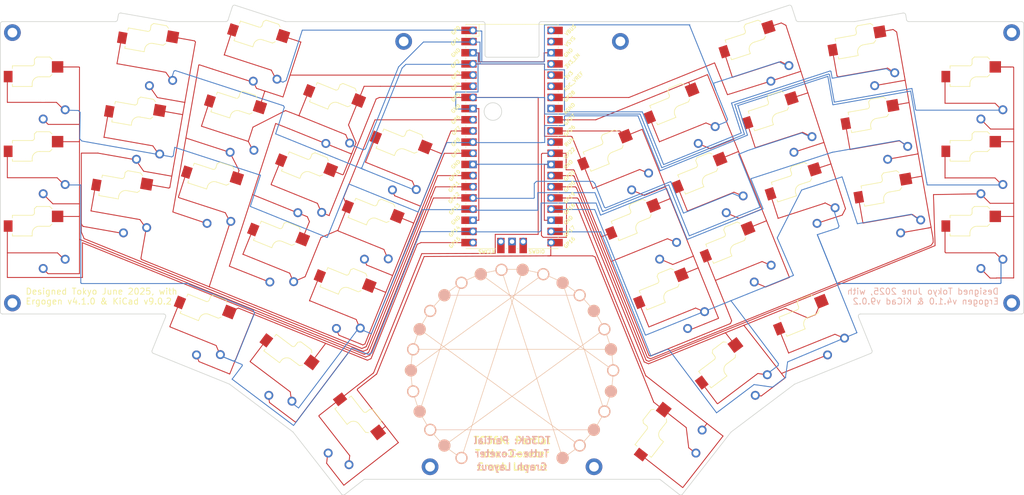
<source format=kicad_pcb>
(kicad_pcb (version 20241229) (generator "pcbnew") (generator_version "9.0")
  (title_block (title "gamma-omega-tc36k") (date "2025-06-25") (rev "v1.0.0") (company "Unknown"))
  (layers (0 "F.Cu" signal) (2 "B.Cu" signal) (13 "F.Paste" user) (15 "B.Paste" user) (5 "F.SilkS" user "F.Silkscreen") (7 "B.SilkS" user "B.Silkscreen") (1 "F.Mask" user) (3 "B.Mask" user) (25 "Edge.Cuts" user))
  (net 0 "")
  (net 1 "C1")
  (net 2 "R1")
  (net 3 "GND")
  (net 4 "R10")
  (net 5 "R2")
  (net 6 "C2")
  (net 7 "R3")
  (net 8 "R6")
  (net 9 "C3")
  (net 10 "R4")
  (net 11 "R8")
  (net 12 "C4")
  (net 13 "R5")
  (net 14 "R13")
  (net 15 "C5")
  (net 16 "R9")
  (net 17 "C9")
  (net 18 "C13")
  (net 19 "C12")
  (net 20 "R12")
  (net 21 "C10")
  (net 22 "R11")
  (net 23 "C8")
  (net 24 "C7")
  (net 25 "R7")
  (net 26 "C6")
  (net 27 "C11")
  (net 28 "RUN")
  (net 29 "ADC_VREF")
  (net 30 "3V3")
  (net 31 "3V3_EN")
  (net 32 "VSYS")
  (net 33 "VBUS")
  (net 34 "AGND")
  (footprint "ceoloide:switch_choc_v1_v2" (layer "F.Cu") (at 89.091997 90.020491 -18)
    (property "Reference" "S7" (hide yes))
    (property "Value" "")
  )
  (footprint "ceoloide:switch_choc_v1_v2" (layer "F.Cu") (at 99.598575 57.68457 -18)
    (property "Reference" "S9" (hide yes))
    (property "Value" "")
  )
  (footprint "ceoloide:switch_choc_v1_v2" (layer "F.Cu") (at 87.085962 120.092106 -22)
    (property "Reference" "S16" (hide yes))
    (property "Value" "")
  )
  (footprint "ceoloide:mounting_hole_plated" (layer "F.Cu") (at 132 54.25)
    (property "Reference" "H5" (hide yes))
    (property "Value" "")
  )
  (footprint "ceoloide:mounting_hole_plated" (layer "F.Cu") (at 43 52.25)
    (property "Reference" "H1" (hide yes))
    (property "Value" "")
  )
  (footprint "ceoloide:switch_choc_v1_v2" (layer "F.Cu") (at 209.524643 103.506866 22)
    (property "Reference" "S28" (hide yes))
    (property "Value" "")
  )
  (footprint "ceoloide:switch_choc_v1_v2" (layer "F.Cu") (at 125.27565 98.312293 -22)
    (property "Reference" "S14" (hide yes))
    (property "Value" "")
  )
  (footprint "ceoloide:switch_choc_v1_v2" (layer "F.Cu") (at 263.287923 83)
    (property "Reference" "S20" (hide yes))
    (property "Value" "")
  )
  (footprint "RPi_Pico_SMD_TH" (layer "F.Cu") (at 156.643962 75.880167)
    (property "Reference" "_1" (hide yes))
    (property "Value" "RPi_Pico_SMD_TH")
  )
  (footprint "ceoloide:mounting_hole_plated" (layer "F.Cu") (at 270.287923 113.75)
    (property "Reference" "H4" (hide yes))
    (property "Value" "")
  )
  (footprint "ceoloide:mounting_hole_plated" (layer "F.Cu") (at 175.287923 151)
    (property "Reference" "H8" (hide yes))
    (property "Value" "")
  )
  (footprint "ceoloide:switch_choc_v1_v2" (layer "F.Cu") (at 75.182409 58.509612 -10)
    (property "Reference" "S6" (hide yes))
    (property "Value" "")
  )
  (footprint "ceoloide:switch_choc_v1_v2" (layer "F.Cu") (at 103.76328 103.506866 -22)
    (property "Reference" "S10" (hide yes))
    (property "Value" "")
  )
  (footprint "ceoloide:switch_choc_v1_v2" (layer "F.Cu") (at 213.689348 57.68457 18)
    (property "Reference" "S27" (hide yes))
    (property "Value" "")
  )
  (footprint "ceoloide:switch_choc_v1_v2" (layer "F.Cu") (at 193.814292 144.254908 52)
    (property "Reference" "S36" (hide yes))
    (property "Value" "")
  )
  (footprint "ceoloide:switch_choc_v1_v2" (layer "F.Cu") (at 244.009552 91.993076 10)
    (property "Reference" "S22" (hide yes))
    (property "Value" "")
  )
  (footprint "ceoloide:switch_choc_v1_v2" (layer "F.Cu") (at 104.870343 130.041548 -37)
    (property "Reference" "S17" (hide yes))
    (property "Value" "")
  )
  (footprint "ceoloide:switch_choc_v1_v2" (layer "F.Cu") (at 119.473631 144.254908 -52)
    (property "Reference" "S18" (hide yes))
    (property "Value" "")
  )
  (footprint "ceoloide:switch_choc_v1_v2" (layer "F.Cu") (at 194.380586 114.074418 22)
    (property "Reference" "S31" (hide yes))
    (property "Value" "")
  )
  (footprint "ceoloide:switch_choc_v1_v2" (layer "F.Cu") (at 196.788019 71.982615 22)
    (property "Reference" "S30" (hide yes))
    (property "Value" "")
  )
  (footprint "ceoloide:switch_choc_v1_v2" (layer "F.Cu") (at 263.287923 100)
    (property "Reference" "S19" (hide yes))
    (property "Value" "")
  )
  (footprint "ceoloide:switch_choc_v1_v2" (layer "F.Cu") (at 50 100)
    (property "Reference" "S1" (hide yes))
    (property "Value" "")
  )
  (footprint "ceoloide:switch_choc_v1_v2" (layer "F.Cu") (at 241.057533 75.251344 10)
    (property "Reference" "S23" (hide yes))
    (property "Value" "")
  )
  (footprint "ceoloide:mounting_hole_plated" (layer "F.Cu") (at 138 151)
    (property "Reference" "H7" (hide yes))
    (property "Value" "")
  )
  (footprint "ceoloide:switch_choc_v1_v2" (layer "F.Cu") (at 94.345286 73.85253 -18)
    (property "Reference" "S8" (hide yes))
    (property "Value" "")
  )
  (footprint "ceoloide:switch_choc_v1_v2" (layer "F.Cu") (at 72.23039 75.251344 -10)
    (property "Reference" "S5" (hide yes))
    (property "Value" "")
  )
  (footprint "ceoloide:switch_choc_v1_v2" (layer "F.Cu") (at 116.499905 71.982615 -22)
    (property "Reference" "S12" (hide yes))
    (property "Value" "")
  )
  (footprint "ceoloide:switch_choc_v1_v2" (layer "F.Cu") (at 226.201961 120.092106 22)
    (property "Reference" "S34" (hide yes))
    (property "Value" "")
  )
  (footprint "ceoloide:switch_choc_v1_v2" (layer "F.Cu") (at 218.942637 73.85253 18)
    (property "Reference" "S26" (hide yes))
    (property "Value" "")
  )
  (footprint "ceoloide:mounting_hole_plated" (layer "F.Cu") (at 181.287923 54.25)
    (property "Reference" "H6" (hide yes))
    (property "Value" "")
  )
  (footprint "ceoloide:switch_choc_v1_v2" (layer "F.Cu") (at 263.287923 66)
    (property "Reference" "S21" (hide yes))
    (property "Value" "")
  )
  (footprint "ceoloide:switch_choc_v1_v2" (layer "F.Cu") (at 50 66)
    (property "Reference" "S3" (hide yes))
    (property "Value" "")
  )
  (footprint "ceoloide:switch_choc_v1_v2" (layer "F.Cu") (at 203.156331 87.744741 22)
    (property "Reference" "S29" (hide yes))
    (property "Value" "")
  )
  (footprint "ceoloide:switch_choc_v1_v2" (layer "F.Cu") (at 238.105514 58.509612 10)
    (property "Reference" "S24" (hide yes))
    (property "Value" "")
  )
  (footprint "ceoloide:mounting_hole_plated" (layer "F.Cu") (at 270.287923 52.25)
    (property "Reference" "H2" (hide yes))
    (property "Value" "")
  )
  (footprint "ceoloide:switch_choc_v1_v2" (layer "F.Cu") (at 131.643962 82.550167 -22)
    (property "Reference" "S15" (hide yes))
    (property "Value" "")
  )
  (footprint "ceoloide:switch_choc_v1_v2" (layer "F.Cu") (at 118.907337 114.074418 -22)
    (property "Reference" "S13" (hide yes))
    (property "Value" "")
  )
  (footprint "ceoloide:switch_choc_v1_v2" (layer "F.Cu") (at 69.278371 91.993076 -10)
    (property "Reference" "S4" (hide yes))
    (property "Value" "")
  )
  (footprint "ceoloide:switch_choc_v1_v2" (layer "F.Cu") (at 188.012274 98.312293 22)
    (property "Reference" "S32" (hide yes))
    (property "Value" "")
  )
  (footprint "ceoloide:switch_choc_v1_v2" (layer "F.Cu") (at 110.131592 87.744741 -22)
    (property "Reference" "S11" (hide yes))
    (property "Value" "")
  )
  (footprint "ceoloide:switch_choc_v1_v2" (layer "F.Cu") (at 181.643962 82.550167 22)
    (property "Reference" "S33" (hide yes))
    (property "Value" "")
  )
  (footprint "ceoloide:switch_choc_v1_v2" (layer "F.Cu") (at 50 83)
    (property "Reference" "S2" (hide yes))
    (property "Value" "")
  )
  (footprint "ceoloide:switch_choc_v1_v2" (layer "F.Cu") (at 208.41758 130.041548 37)
    (property "Reference" "S35" (hide yes))
    (property "Value" "")
  )
  (footprint "ceoloide:mounting_hole_plated" (layer "F.Cu") (at 43 113.75)
    (property "Reference" "H3" (hide yes))
    (property "Value" "")
  )
  (footprint "ceoloide:switch_choc_v1_v2" (layer "F.Cu") (at 224.195926 90.020491 18)
    (property "Reference" "S25" (hide yes))
    (property "Value" "")
  )
  (gr_circle (center 138.036571 115.555358) (end 138.036571 116.805358) (stroke (width 0.3)) (fill no) (layer "F.SilkS"))
  (gr_circle (center 177.655507 119.719476) (end 177.655507 120.969476) (stroke (width 0.3)) (fill no) (layer "F.SilkS"))
  (gr_line (start 178.132655 137.274179) (end 178.848378 135.071409) (stroke (width 0.1)) (layer "F.SilkS"))
  (gr_line (start 134.439545 135.071409) (end 135.155269 137.274179) (stroke (width 0.1)) (layer "F.SilkS"))
  (gr_line (start 140.348207 112.843325) (end 138.798414 114.564545) (stroke (width 0.1)) (layer "F.SilkS"))
  (gr_line (start 171.022694 145.432018) (end 136.643687 120.454207) (stroke (width 0.1)) (layer "F.SilkS"))
  (gr_line (start 167.044983 108.560551) (end 164.929094 107.618497) (stroke (width 0.1)) (layer "F.SilkS"))
  (gr_line (start 171.082769 111.171322) (end 169.208981 109.809936) (stroke (width 0.1)) (layer "F.SilkS"))
  (gr_line (start 148.358829 107.618497) (end 146.24294 108.560551) (stroke (width 0.1)) (layer "F.SilkS"))
  (gr_line (start 177.891356 124.29245) (end 135.396567 124.29245) (stroke (width 0.1)) (layer "F.SilkS"))
  (gr_circle (center 159.048116 106.200415) (end 159.048116 107.450415) (stroke (width 0.3)) (fill yes) (layer "F.SilkS"))
  (gr_line (start 172.939716 145.305511) (end 174.489509 143.584292) (stroke (width 0.1)) (layer "F.SilkS"))
  (gr_line (start 136.17161 139.556919) (end 137.329674 141.562745) (stroke (width 0.1)) (layer "F.SilkS"))
  (gr_line (start 178.63269 128.339687) (end 150.547842 107.93485) (stroke (width 0.1)) (layer "F.SilkS"))
  (gr_line (start 157.802026 106.103592) (end 155.485897 106.103592) (stroke (width 0.1)) (layer "F.SilkS"))
  (gr_circle (center 168.143962 109.155834) (end 168.143962 110.405834) (stroke (width 0.3)) (fill yes) (layer "F.SilkS"))
  (gr_line (start 144.078942 109.809936) (end 142.205154 111.171322) (stroke (width 0.1)) (layer "F.SilkS"))
  (gr_circle (center 163.751352 107.200119) (end 163.751352 108.450119) (stroke (width 0.3)) (fill no) (layer "F.SilkS"))
  (gr_line (start 144.75769 110.344655) (end 136.018687 137.240541) (stroke (width 0.1)) (layer "F.SilkS"))
  (gr_line (start 135.155269 120.874658) (end 134.439545 123.077427) (stroke (width 0.1)) (layer "F.SilkS"))
  (gr_line (start 162.740081 107.93485) (end 134.655233 128.339687) (stroke (width 0.1)) (layer "F.SilkS"))
  (gr_line (start 167.75769 147.804182) (end 154.626078 107.389235) (stroke (width 0.1)) (layer "F.SilkS"))
  (gr_circle (center 179.141356 124.29245) (end 179.141356 125.54245) (stroke (width 0.3)) (fill yes) (layer "F.SilkS"))
  (gr_line (start 179.367901 132.627244) (end 179.610003 130.323803) (stroke (width 0.1)) (layer "F.SilkS"))
  (gr_circle (center 141.253958 111.982087) (end 141.253958 113.232087) (stroke (width 0.3)) (fill yes) (layer "F.SilkS"))
  (gr_line (start 177.116313 118.591918) (end 175.958249 116.586092) (stroke (width 0.1)) (layer "F.SilkS"))
  (gr_circle (center 133.643962 129.074418) (end 133.643962 130.324418) (stroke (width 0.3)) (fill yes) (layer "F.SilkS"))
  (gr_circle (center 135.632416 138.429361) (end 135.632416 139.679361) (stroke (width 0.3)) (fill yes) (layer "F.SilkS"))
  (gr_circle (center 175.251352 115.555358) (end 175.251352 116.805358) (stroke (width 0.3)) (fill yes) (layer "F.SilkS"))
  (gr_circle (center 134.146567 133.856387) (end 134.146567 135.106387) (stroke (width 0.3)) (fill no) (layer "F.SilkS"))
  (gr_circle (center 172.033966 111.982087) (end 172.033966 113.232087) (stroke (width 0.3)) (fill no) (layer "F.SilkS"))
  (gr_line (start 142.205154 146.977514) (end 144.078942 148.338901) (stroke (width 0.1)) (layer "F.SilkS"))
  (gr_line (start 153.000816 106.364784) (end 150.7353 106.846334) (stroke (width 0.1)) (layer "F.SilkS"))
  (gr_circle (center 145.143962 109.155834) (end 145.143962 110.405834) (stroke (width 0.3)) (fill no) (layer "F.SilkS"))
  (gr_line (start 162.552623 106.846334) (end 160.287107 106.364784) (stroke (width 0.1)) (layer "F.SilkS"))
  (gr_circle (center 179.141356 133.856387) (end 179.141356 135.106387) (stroke (width 0.3)) (fill yes) (layer "F.SilkS"))
  (gr_line (start 170.783966 111.982087) (end 142.503958 111.982087) (stroke (width 0.1)) (layer "F.SilkS"))
  (gr_circle (center 179.643962 129.074418) (end 179.643962 130.324418) (stroke (width 0.3)) (fill no) (layer "F.SilkS"))
  (gr_line (start 174.001352 142.593479) (end 139.286571 142.593479) (stroke (width 0.1)) (layer "F.SilkS"))
  (gr_circle (center 172.033966 146.166749) (end 172.033966 147.416749) (stroke (width 0.3)) (fill no) (layer "F.SilkS"))
  (gr_circle (center 141.253958 146.166749) (end 141.253958 147.416749) (stroke (width 0.3)) (fill yes) (layer "F.SilkS"))
  (gr_line (start 176.644236 120.454207) (end 142.265229 145.432018) (stroke (width 0.1)) (layer "F.SilkS"))
  (gr_line (start 177.269236 137.240541) (end 168.530233 110.344655) (stroke (width 0.1)) (layer "F.SilkS"))
  (gr_circle (center 134.146567 124.29245) (end 134.146567 125.54245) (stroke (width 0.3)) (fill no) (layer "F.SilkS"))
  (gr_circle (center 135.632416 119.719476) (end 135.632416 120.969476) (stroke (width 0.3)) (fill yes) (layer "F.SilkS"))
  (gr_circle (center 145.143962 148.993003) (end 145.143962 150.243003) (stroke (width 0.3)) (fill no) (layer "F.SilkS"))
  (gr_line (start 175.958249 141.562745) (end 177.116313 139.556919) (stroke (width 0.1)) (layer "F.SilkS"))
  (gr_circle (center 177.655507 138.429361) (end 177.655507 139.679361) (stroke (width 0.3)) (fill no) (layer "F.SilkS"))
  (gr_line (start 179.610003 127.825034) (end 179.367901 125.521593) (stroke (width 0.1)) (layer "F.SilkS"))
  (gr_line (start 169.208981 148.338901) (end 171.082769 146.977514) (stroke (width 0.1)) (layer "F.SilkS"))
  (gr_line (start 133.920022 125.521593) (end 133.677921 127.825034) (stroke (width 0.1)) (layer "F.SilkS"))
  (gr_circle (center 175.251352 142.593479) (end 175.251352 143.843479) (stroke (width 0.3)) (fill yes) (layer "F.SilkS"))
  (gr_line (start 174.489509 114.564545) (end 172.939716 112.843325) (stroke (width 0.1)) (layer "F.SilkS"))
  (gr_line (start 158.661845 107.389235) (end 145.530233 147.804182) (stroke (width 0.1)) (layer "F.SilkS"))
  (gr_circle (center 154.239807 106.200415) (end 154.239807 107.450415) (stroke (width 0.3)) (fill no) (layer "F.SilkS"))
  (gr_line (start 178.848378 123.077427) (end 178.132655 120.874658) (stroke (width 0.1)) (layer "F.SilkS"))
  (gr_line (start 138.798414 143.584292) (end 140.348207 145.305511) (stroke (width 0.1)) (layer "F.SilkS"))
  (gr_line (start 133.677921 130.323803) (end 133.920022 132.627244) (stroke (width 0.1)) (layer "F.SilkS"))
  (gr_line (start 137.329674 116.586092) (end 136.17161 118.591918) (stroke (width 0.1)) (layer "F.SilkS"))
  (gr_circle (center 168.143962 148.993003) (end 168.143962 150.243003) (stroke (width 0.3)) (fill yes) (layer "F.SilkS"))
  (gr_circle (center 138.036571 142.593479) (end 138.036571 143.843479) (stroke (width 0.3)) (fill no) (layer "F.SilkS"))
  (gr_circle (center 149.536571 107.200119) (end 149.536571 108.450119) (stroke (width 0.3)) (fill yes) (layer "F.SilkS"))
  (gr_line (start 179.610003 127.825034) (end 179.367901 125.521593) (stroke (width 0.1)) (layer "B.SilkS"))
  (gr_line (start 162.740081 107.93485) (end 134.655233 128.339687) (stroke (width 0.1)) (layer "B.SilkS"))
  (gr_circle (center 135.632416 138.429361) (end 135.632416 139.679361) (stroke (width 0.3)) (fill yes) (layer "B.SilkS"))
  (gr_circle (center 175.251352 142.593479) (end 175.251352 143.843479) (stroke (width 0.3)) (fill yes) (layer "B.SilkS"))
  (gr_circle (center 179.643962 129.074418) (end 179.643962 130.324418) (stroke (width 0.3)) (fill no) (layer "B.SilkS"))
  (gr_line (start 178.63269 128.339687) (end 150.547842 107.93485) (stroke (width 0.1)) (layer "B.SilkS"))
  (gr_line (start 133.920022 125.521593) (end 133.677921 127.825034) (stroke (width 0.1)) (layer "B.SilkS"))
  (gr_line (start 167.75769 147.804182) (end 154.626078 107.389235) (stroke (width 0.1)) (layer "B.SilkS"))
  (gr_line (start 135.155269 120.874658) (end 134.439545 123.077427) (stroke (width 0.1)) (layer "B.SilkS"))
  (gr_circle (center 172.033966 111.982087) (end 172.033966 113.232087) (stroke (width 0.3)) (fill no) (layer "B.SilkS"))
  (gr_circle (center 145.143962 109.155834) (end 145.143962 110.405834) (stroke (width 0.3)) (fill no) (layer "B.SilkS"))
  (gr_line (start 177.269236 137.240541) (end 168.530233 110.344655) (stroke (width 0.1)) (layer "B.SilkS"))
  (gr_line (start 162.552623 106.846334) (end 160.287107 106.364784) (stroke (width 0.1)) (layer "B.SilkS"))
  (gr_circle (center 168.143962 148.993003) (end 168.143962 150.243003) (stroke (width 0.3)) (fill yes) (layer "B.SilkS"))
  (gr_line (start 174.489509 114.564545) (end 172.939716 112.843325) (stroke (width 0.1)) (layer "B.SilkS"))
  (gr_circle (center 141.253958 111.982087) (end 141.253958 113.232087) (stroke (width 0.3)) (fill yes) (layer "B.SilkS"))
  (gr_circle (center 134.146567 124.29245) (end 134.146567 125.54245) (stroke (width 0.3)) (fill no) (layer "B.SilkS"))
  (gr_line (start 178.848378 123.077427) (end 178.132655 120.874658) (stroke (width 0.1)) (layer "B.SilkS"))
  (gr_line (start 174.001352 142.593479) (end 139.286571 142.593479) (stroke (width 0.1)) (layer "B.SilkS"))
  (gr_line (start 172.939716 145.305511) (end 174.489509 143.584292) (stroke (width 0.1)) (layer "B.SilkS"))
  (gr_line (start 171.022694 145.432018) (end 136.643687 120.454207) (stroke (width 0.1)) (layer "B.SilkS"))
  (gr_circle (center 145.143962 148.993003) (end 145.143962 150.243003) (stroke (width 0.3)) (fill no) (layer "B.SilkS"))
  (gr_line (start 175.958249 141.562745) (end 177.116313 139.556919) (stroke (width 0.1)) (layer "B.SilkS"))
  (gr_circle (center 172.033966 146.166749) (end 172.033966 147.416749) (stroke (width 0.3)) (fill no) (layer "B.SilkS"))
  (gr_circle (center 177.655507 138.429361) (end 177.655507 139.679361) (stroke (width 0.3)) (fill no) (layer "B.SilkS"))
  (gr_line (start 170.783966 111.982087) (end 142.503958 111.982087) (stroke (width 0.1)) (layer "B.SilkS"))
  (gr_line (start 133.677921 130.323803) (end 133.920022 132.627244) (stroke (width 0.1)) (layer "B.SilkS"))
  (gr_circle (center 133.643962 129.074418) (end 133.643962 130.324418) (stroke (width 0.3)) (fill yes) (layer "B.SilkS"))
  (gr_circle (center 179.141356 124.29245) (end 179.141356 125.54245) (stroke (width 0.3)) (fill yes) (layer "B.SilkS"))
  (gr_circle (center 154.239807 106.200415) (end 154.239807 107.450415) (stroke (width 0.3)) (fill no) (layer "B.SilkS"))
  (gr_line (start 167.044983 108.560551) (end 164.929094 107.618497) (stroke (width 0.1)) (layer "B.SilkS"))
  (gr_circle (center 135.632416 119.719476) (end 135.632416 120.969476) (stroke (width 0.3)) (fill yes) (layer "B.SilkS"))
  (gr_line (start 137.329674 116.586092) (end 136.17161 118.591918) (stroke (width 0.1)) (layer "B.SilkS"))
  (gr_line (start 178.132655 137.274179) (end 178.848378 135.071409) (stroke (width 0.1)) (layer "B.SilkS"))
  (gr_line (start 136.17161 139.556919) (end 137.329674 141.562745) (stroke (width 0.1)) (layer "B.SilkS"))
  (gr_line (start 177.116313 118.591918) (end 175.958249 116.586092) (stroke (width 0.1)) (layer "B.SilkS"))
  (gr_circle (center 177.655507 119.719476) (end 177.655507 120.969476) (stroke (width 0.3)) (fill no) (layer "B.SilkS"))
  (gr_circle (center 138.036571 115.555358) (end 138.036571 116.805358) (stroke (width 0.3)) (fill no) (layer "B.SilkS"))
  (gr_circle (center 149.536571 107.200119) (end 149.536571 108.450119) (stroke (width 0.3)) (fill yes) (layer "B.SilkS"))
  (gr_line (start 169.208981 148.338901) (end 171.082769 146.977514) (stroke (width 0.1)) (layer "B.SilkS"))
  (gr_line (start 138.798414 143.584292) (end 140.348207 145.305511) (stroke (width 0.1)) (layer "B.SilkS"))
  (gr_line (start 176.644236 120.454207) (end 142.265229 145.432018) (stroke (width 0.1)) (layer "B.SilkS"))
  (gr_line (start 142.205154 146.977514) (end 144.078942 148.338901) (stroke (width 0.1)) (layer "B.SilkS"))
  (gr_line (start 179.367901 132.627244) (end 179.610003 130.323803) (stroke (width 0.1)) (layer "B.SilkS"))
  (gr_line (start 134.439545 135.071409) (end 135.155269 137.274179) (stroke (width 0.1)) (layer "B.SilkS"))
  (gr_circle (center 159.048116 106.200415) (end 159.048116 107.450415) (stroke (width 0.3)) (fill yes) (layer "B.SilkS"))
  (gr_line (start 148.358829 107.618497) (end 146.24294 108.560551) (stroke (width 0.1)) (layer "B.SilkS"))
  (gr_line (start 177.891356 124.29245) (end 135.396567 124.29245) (stroke (width 0.1)) (layer "B.SilkS"))
  (gr_line (start 171.082769 111.171322) (end 169.208981 109.809936) (stroke (width 0.1)) (layer "B.SilkS"))
  (gr_line (start 157.802026 106.103592) (end 155.485897 106.103592) (stroke (width 0.1)) (layer "B.SilkS"))
  (gr_circle (center 134.146567 133.856387) (end 134.146567 135.106387) (stroke (width 0.3)) (fill no) (layer "B.SilkS"))
  (gr_circle (center 168.143962 109.155834) (end 168.143962 110.405834) (stroke (width 0.3)) (fill yes) (layer "B.SilkS"))
  (gr_line (start 140.348207 112.843325) (end 138.798414 114.564545) (stroke (width 0.1)) (layer "B.SilkS"))
  (gr_line (start 158.661845 107.389235) (end 145.530233 147.804182) (stroke (width 0.1)) (layer "B.SilkS"))
  (gr_circle (center 163.751352 107.200119) (end 163.751352 108.450119) (stroke (width 0.3)) (fill no) (layer "B.SilkS"))
  (gr_line (start 153.000816 106.364784) (end 150.7353 106.846334) (stroke (width 0.1)) (layer "B.SilkS"))
  (gr_line (start 144.75769 110.344655) (end 136.018687 137.240541) (stroke (width 0.1)) (layer "B.SilkS"))
  (gr_circle (center 138.036571 142.593479) (end 138.036571 143.843479) (stroke (width 0.3)) (fill no) (layer "B.SilkS"))
  (gr_circle (center 175.251352 115.555358) (end 175.251352 116.805358) (stroke (width 0.3)) (fill yes) (layer "B.SilkS"))
  (gr_circle (center 179.141356 133.856387) (end 179.141356 135.106387) (stroke (width 0.3)) (fill yes) (layer "B.SilkS"))
  (gr_circle (center 141.253958 146.166749) (end 141.253958 147.416749) (stroke (width 0.3)) (fill yes) (layer "B.SilkS"))
  (gr_line (start 144.078942 109.809936) (end 142.205154 111.171322) (stroke (width 0.1)) (layer "B.SilkS"))
  (gr_line (start 190.394706 153.956162) (end 194.312682 157.01722) (stroke (width 0.15)) (layer "Edge.Cuts"))
  (gr_line (start 92.037173 49.404509) (end 93.029673 46.349909) (stroke (width 0.15)) (layer "Edge.Cuts"))
  (gr_arc (start 273.037923 115.75) (mid 272.891478 116.103562) (end 272.537923 116.25) (stroke (width 0.15)) (layer "Edge.Cuts"))
  (gr_arc (start 162.787923 57.350167) (mid 162.641489 57.70375) (end 162.287923 57.850167) (stroke (width 0.15)) (layer "Edge.Cuts"))
  (gr_line (start 40.75 49.75) (end 66.407005 49.75) (stroke (width 0.15)) (layer "Edge.Cuts"))
  (gr_arc (start 93.029673 46.349909) (mid 93.278204 46.058905) (end 93.65971 46.02889) (stroke (width 0.15)) (layer "Edge.Cuts"))
  (gr_line (start 106.878547 143.158426) (end 117.8794 157.238876) (stroke (width 0.15)) (layer "Edge.Cuts"))
  (gr_line (start 246.880918 49.75) (end 272.537923 49.75) (stroke (width 0.15)) (layer "Edge.Cuts"))
  (gr_arc (start 206.409376 143.158426) (mid 206.452922 143.109626) (end 206.502474 143.066939) (stroke (width 0.15)) (layer "Edge.Cuts"))
  (gr_line (start 195.408523 157.238876) (end 206.409377 143.158426) (stroke (width 0.15)) (layer "Edge.Cuts"))
  (gr_line (start 91.561645 49.75) (end 78.81655 49.75) (stroke (width 0.15)) (layer "Edge.Cuts"))
  (gr_line (start 235.906644 116.25) (end 272.537923 116.25) (stroke (width 0.15)) (layer "Edge.Cuts"))
  (gr_arc (start 92.037173 49.404509) (mid 91.855541 49.654526) (end 91.561645 49.75) (stroke (width 0.15)) (layer "Edge.Cuts"))
  (gr_line (start 220.25825 46.349909) (end 221.25075 49.404509) (stroke (width 0.15)) (layer "Edge.Cuts"))
  (gr_line (start 92.420636 132.242276) (end 106.785449 143.066939) (stroke (width 0.15)) (layer "Edge.Cuts"))
  (gr_line (start 206.502474 143.066939) (end 220.867287 132.242276) (stroke (width 0.15)) (layer "Edge.Cuts"))
  (gr_arc (start 238.519812 124.552551) (mid 238.516499 124.935247) (end 238.243523 125.203446) (stroke (width 0.15)) (layer "Edge.Cuts"))
  (gr_line (start 162.287923 57.850167) (end 151 57.850167) (stroke (width 0.15)) (layer "Edge.Cuts"))
  (gr_line (start 234.558197 49.742404) (end 245.608741 47.793895) (stroke (width 0.15)) (layer "Edge.Cuts"))
  (gr_arc (start 272.537923 49.75) (mid 272.891462 49.896455) (end 273.037923 50.25) (stroke (width 0.15)) (layer "Edge.Cuts"))
  (gr_arc (start 221.726278 49.75) (mid 221.432396 49.6545) (end 221.25075 49.404509) (stroke (width 0.15)) (layer "Edge.Cuts"))
  (gr_arc (start 106.785449 143.066939) (mid 106.834997 143.109631) (end 106.878547 143.158426) (stroke (width 0.15)) (layer "Edge.Cuts"))
  (gr_arc (start 78.81655 49.75) (mid 78.772973 49.748093) (end 78.729726 49.742404) (stroke (width 0.15)) (layer "Edge.Cuts"))
  (gr_arc (start 77.38128 116.25) (mid 77.795815 116.470398) (end 77.844871 116.937303) (stroke (width 0.15)) (layer "Edge.Cuts"))
  (gr_line (start 150.5 57.350167) (end 150.5 50.25) (stroke (width 0.15)) (layer "Edge.Cuts"))
  (gr_line (start 273.037923 115.75) (end 273.037923 50.25) (stroke (width 0.15)) (layer "Edge.Cuts"))
  (gr_line (start 93.65971 46.02889) (end 105.036794 49.725528) (stroke (width 0.15)) (layer "Edge.Cuts"))
  (gr_line (start 75.0444 125.203446) (end 92.307032 132.178002) (stroke (width 0.15)) (layer "Edge.Cuts"))
  (gr_arc (start 219.628214 46.02889) (mid 220.009702 46.058927) (end 220.25825 46.349909) (stroke (width 0.15)) (layer "Edge.Cuts"))
  (gr_line (start 66.899409 49.336824) (end 67.099955 48.199475) (stroke (width 0.15)) (layer "Edge.Cuts"))
  (gr_line (start 208.25113 49.725528) (end 219.628214 46.02889) (stroke (width 0.15)) (layer "Edge.Cuts"))
  (gr_line (start 162.787923 57.350167) (end 162.787923 50.25) (stroke (width 0.15)) (layer "Edge.Cuts"))
  (gr_line (start 194.312682 157.01722) (end 194.706687 157.325051) (stroke (width 0.15)) (layer "Edge.Cuts"))
  (gr_circle (center 152.293962 70.200167) (end 154.293962 70.200167) (stroke (width 0.15)) (fill no) (layer "Edge.Cuts"))
  (gr_arc (start 190.086875 153.850167) (mid 190.249664 153.877399) (end 190.394706 153.956162) (stroke (width 0.15)) (layer "Edge.Cuts"))
  (gr_arc (start 92.307032 132.178002) (mid 92.365939 132.206419) (end 92.420636 132.242276) (stroke (width 0.15)) (layer "Edge.Cuts"))
  (gr_arc (start 162.787923 50.25) (mid 162.934371 49.896455) (end 163.287923 49.75) (stroke (width 0.15)) (layer "Edge.Cuts"))
  (gr_line (start 220.980892 132.178002) (end 238.243523 125.203446) (stroke (width 0.15)) (layer "Edge.Cuts"))
  (gr_arc (start 66.899409 49.336824) (mid 66.728399 49.633024) (end 66.407005 49.75) (stroke (width 0.15)) (layer "Edge.Cuts"))
  (gr_arc (start 234.558197 49.742404) (mid 234.514951 49.748094) (end 234.471373 49.75) (stroke (width 0.15)) (layer "Edge.Cuts"))
  (gr_arc (start 122.893217 153.956162) (mid 123.038267 153.877427) (end 123.201048 153.850167) (stroke (width 0.15)) (layer "Edge.Cuts"))
  (gr_arc (start 151 57.850167) (mid 150.646458 57.703718) (end 150.5 57.350167) (stroke (width 0.15)) (layer "Edge.Cuts"))
  (gr_arc (start 220.867287 132.242276) (mid 220.921983 132.206416) (end 220.980892 132.178002) (stroke (width 0.15)) (layer "Edge.Cuts"))
  (gr_arc (start 40.25 50.25) (mid 40.396447 49.896447) (end 40.75 49.75) (stroke (width 0.15)) (layer "Edge.Cuts"))
  (gr_arc (start 105.191302 49.75) (mid 105.113085 49.743845) (end 105.036794 49.725528) (stroke (width 0.15)) (layer "Edge.Cuts"))
  (gr_arc (start 67.099955 48.199475) (mid 67.305569 47.876704) (end 67.679183 47.793895) (stroke (width 0.15)) (layer "Edge.Cuts"))
  (gr_line (start 118.581236 157.325051) (end 122.893217 153.956162) (stroke (width 0.15)) (layer "Edge.Cuts"))
  (gr_line (start 40.25 115.75) (end 40.25 50.25) (stroke (width 0.15)) (layer "Edge.Cuts"))
  (gr_arc (start 235.443052 116.937303) (mid 235.492123 116.470415) (end 235.906644 116.25) (stroke (width 0.15)) (layer "Edge.Cuts"))
  (gr_line (start 163.287923 49.75) (end 208.096621 49.75) (stroke (width 0.15)) (layer "Edge.Cuts"))
  (gr_arc (start 75.0444 125.203446) (mid 74.771477 124.935222) (end 74.768112 124.552551) (stroke (width 0.15)) (layer "Edge.Cuts"))
  (gr_arc (start 150 49.75) (mid 150.353553 49.896447) (end 150.5 50.25) (stroke (width 0.15)) (layer "Edge.Cuts"))
  (gr_arc (start 118.581236 157.325051) (mid 118.212468 157.427313) (end 117.8794 157.238876) (stroke (width 0.15)) (layer "Edge.Cuts"))
  (gr_line (start 67.679183 47.793895) (end 78.729726 49.742404) (stroke (width 0.15)) (layer "Edge.Cuts"))
  (gr_line (start 74.768112 124.552551) (end 77.844871 116.937303) (stroke (width 0.15)) (layer "Edge.Cuts"))
  (gr_line (start 235.443052 116.937303) (end 238.519812 124.552551) (stroke (width 0.15)) (layer "Edge.Cuts"))
  (gr_arc (start 246.880918 49.75) (mid 246.559514 49.633029) (end 246.388514 49.336824) (stroke (width 0.15)) (layer "Edge.Cuts"))
  (gr_line (start 246.187969 48.199475) (end 246.388514 49.336824) (stroke (width 0.15)) (layer "Edge.Cuts"))
  (gr_arc (start 195.408523 157.238876) (mid 195.075448 157.427313) (end 194.706687 157.325051) (stroke (width 0.15)) (layer "Edge.Cuts"))
  (gr_arc (start 40.75 116.25) (mid 40.396447 116.103553) (end 40.25 115.75) (stroke (width 0.15)) (layer "Edge.Cuts"))
  (gr_arc (start 208.25113 49.725528) (mid 208.174839 49.743847) (end 208.096621 49.75) (stroke (width 0.15)) (layer "Edge.Cuts"))
  (gr_line (start 105.191302 49.75) (end 150 49.75) (stroke (width 0.15)) (layer "Edge.Cuts"))
  (gr_line (start 123.201048 153.850167) (end 190.086875 153.850167) (stroke (width 0.15)) (layer "Edge.Cuts"))
  (gr_line (start 40.75 116.25) (end 77.38128 116.25) (stroke (width 0.15)) (layer "Edge.Cuts"))
  (gr_line (start 234.471373 49.75) (end 221.726278 49.75) (stroke (width 0.15)) (layer "Edge.Cuts"))
  (gr_arc (start 245.608741 47.793895) (mid 245.982375 47.876706) (end 246.187969 48.199475) (stroke (width 0.15)) (layer "Edge.Cuts"))
  (gr_text "Tutte-Coxeter" (at 156.643962 147.074418 0) (layer "F.SilkS") (effects (font (size 1.6 1.6) (thickness 0.32) (bold yes)) (justify top)))
  (gr_text "Designed Tokyo June 2025, with \nErgogen v4.1.0 & KiCad v9.0.2" (at 45.91 114.2 0) (layer "F.SilkS") (effects (font (size 1.4 1.4) (thickness 0.1875)) (justify left bottom)))
  (gr_text "TC36K: Partial" (at 156.643962 144.074418 0) (layer "F.SilkS") (effects (font (size 1.6 1.6) (thickness 0.32) (bold yes)) (justify top)))
  (gr_text "Graph Layout" (at 156.643962 150.074418 0) (layer "F.SilkS") (effects (font (size 1.6 1.6) (thickness 0.32) (bold yes)) (justify top)))
  (gr_text "Graph Layout" (at 156.643962 150.074418 0) (layer "B.SilkS") (effects (font (size 1.6 1.6) (thickness 0.32) (bold yes)) (justify top mirror)))
  (gr_text "TC36K: Partial" (at 156.643962 144.074418 0) (layer "B.SilkS") (effects (font (size 1.6 1.6) (thickness 0.32) (bold yes)) (justify top mirror)))
  (gr_text "Designed Tokyo June 2025, with \nErgogen v4.1.0 & KiCad v9.0.2" (at 267.46 114.2 0) (layer "B.SilkS") (effects (font (size 1.4 1.4) (thickness 0.1875)) (justify left bottom mirror)))
  (gr_text "Tutte-Coxeter" (at 156.643962 147.074418 0) (layer "B.SilkS") (effects (font (size 1.6 1.6) (thickness 0.32) (bold yes)) (justify top mirror)))
  (segment (start 58.141451 77.0598) (end 58.247546 76.95367) (width 0.2) (layer "F.Cu") (net 1))
  (segment (start 51.133523 73.123652) (end 58.247532 73.123624) (width 0.2) (layer "F.Cu") (net 1))
  (segment (start 58.153717 60.059842) (end 53.194663 60.059883) (width 0.2) (layer "F.Cu") (net 1))
  (segment (start 138.210258 89.782033) (end 138.210269 89.693858) (width 0.2) (layer "F.Cu") (net 1))
  (segment (start 138.350995 89.534802) (end 139.245866 87.319937) (width 0.2) (layer "F.Cu") (net 1))
  (segment (start 138.17724 89.863755) (end 138.210258 89.782033) (width 0.2) (layer "F.Cu") (net 1))
  (segment (start 58.161398 94.05983) (end 58.247563 93.973682) (width 0.2) (layer "F.Cu") (net 1))
  (segment (start 138.198172 89.913068) (end 138.17724 89.863755) (width 0.2) (layer "F.Cu") (net 1))
  (segment (start 49.919689 88.909814) (end 52.193539 91.183692) (width 0.2) (layer "F.Cu") (net 1))
  (segment (start 58.24755 91.153694) (end 58.247546 76.95367) (width 0.2) (layer "F.Cu") (net 1))
  (segment (start 138.301689 89.555744) (end 138.350995 89.534802) (width 0.2) (layer "F.Cu") (net 1))
  (segment (start 51.093495 107.08367) (end 58.247548 107.083666) (width 0.2) (layer "F.Cu") (net 1))
  (segment (start 58.247563 93.973682) (end 58.24755 91.153694) (width 0.2) (layer "F.Cu") (net 1))
  (segment (start 138.270025 89.634101) (end 138.301689 89.555744) (width 0.2) (layer "F.Cu") (net 1))
  (segment (start 49.919671 71.909866) (end 51.133523 73.123652) (width 0.2) (layer "F.Cu") (net 1))
  (segment (start 58.247541 99.252192) (end 123.030046 125.426014) (width 0.2) (layer "F.Cu") (net 1))
  (segment (start 58.247552 60.153688) (end 58.153717 60.059842) (width 0.2) (layer "F.Cu") (net 1))
  (segment (start 53.194681 94.059843) (end 58.161398 94.05983) (width 0.2) (layer "F.Cu") (net 1))
  (segment (start 124.019722 125.005922) (end 138.198172 89.913068) (width 0.2) (layer "F.Cu") (net 1))
  (segment (start 58.247548 107.083666) (end 58.247541 99.252192) (width 0.2) (layer "F.Cu") (net 1))
  (segment (start 58.247546 76.95367) (end 58.247532 73.123624) (width 0.2) (layer "F.Cu") (net 1))
  (segment (start 58.247532 73.123624) (end 58.247552 60.153688) (width 0.2) (layer "F.Cu") (net 1))
  (segment (start 123.030046 125.426014) (end 124.019722 125.005922) (width 0.2) (layer "F.Cu") (net 1))
  (segment (start 58.247541 99.252192) (end 58.247563 93.973682) (width 0.2) (layer "F.Cu") (net 1))
  (segment (start 53.194671 77.059798) (end 58.141451 77.0598) (width 0.2) (layer "F.Cu") (net 1))
  (segment (start 52.193539 91.183692) (end 58.217543 91.183689) (width 0.2) (layer "F.Cu") (net 1))
  (segment (start 58.217543 91.183689) (end 58.24755 91.153694) (width 0.2) (layer "F.Cu") (net 1))
  (segment (start 138.210269 89.693858) (end 138.270025 89.634101) (width 0.2) (layer "F.Cu") (net 1))
  (segment (start 49.919661 105.909814) (end 51.093495 107.08367) (width 0.2) (layer "F.Cu") (net 1))
  (segment (start 139.245866 87.319937) (end 147.673632 87.319946) (width 0.2) (layer "F.Cu") (net 1))
  (segment (start 58.937547 100.046128) (end 123.310896 126.054647) (width 0.2) (layer "F.Cu") (net 2))
  (segment (start 196.51963 92.815983) (end 194.276945 87.265138) (width 0.2) (layer "F.Cu") (net 2))
  (segment (start 196.545642 92.827043) (end 196.51963 92.815983) (width 0.2) (layer "F.Cu") (net 2))
  (segment (start 58.9305 107.940781) (end 58.93047 100.053241) (width 0.2) (layer "F.Cu") (net 2))
  (segment (start 41.844633 102.343694) (end 41.844664 96.359801) (width 0.2) (layer "F.Cu") (net 2))
  (segment (start 53.253546 102.34371) (end 41.844633 102.343694) (width 0.2) (layer "F.Cu") (net 2))
  (segment (start 124.305942 125.632274) (end 138.758888 89.859963) (width 0.2) (layer "F.Cu") (net 2))
  (segment (start 138.758888 89.859963) (end 147.673617 89.860012) (width 0.2) (layer "F.Cu") (net 2))
  (segment (start 207.126493 88.552122) (end 196.545642 92.827043) (width 0.2) (layer "F.Cu") (net 2))
  (segment (start 209.135408 89.404828) (end 207.126493 88.552122) (width 0.2) (layer "F.Cu") (net 2))
  (segment (start 54.819685 103.90982) (end 53.253546 102.34371) (width 0.2) (layer "F.Cu") (net 2))
  (segment (start 58.93047 100.053241) (end 58.937547 100.046128) (width 0.2) (layer "F.Cu") (net 2))
  (segment (start 123.310896 126.054647) (end 124.305942 125.632274) (width 0.2) (layer "F.Cu") (net 2))
  (segment (start 41.844633 102.343694) (end 41.844627 107.940754) (width 0.2) (layer "F.Cu") (net 2))
  (segment (start 41.844627 107.940754) (end 58.9305 107.940781) (width 0.2) (layer "F.Cu") (net 2))
  (segment (start 174.978246 86.076448) (end 162.195326 86.076457) (width 0.2) (layer "B.Cu") (net 2))
  (segment (start 161.703654 89.822703) (end 161.580943 89.945419) (width 0.2) (layer "B.Cu") (net 2))
  (segment (start 177.948173 92.112134) (end 177.660539 91.990008) (width 0.2) (layer "B.Cu") (net 2))
  (segment (start 175.469938 86.568114) (end 174.978246 86.076448) (width 0.2) (layer "B.Cu") (net 2))
  (segment (start 161.580943 89.945419) (end 147.330181 89.945442) (width 0.2) (layer "B.Cu") (net 2))
  (segment (start 208.419307 89.519007) (end 206.760464 88.814884) (width 0.2) (layer "B.Cu") (net 2))
  (segment (start 195.634133 93.310204) (end 192.736151 86.137377) (width 0.2) (layer "B.Cu") (net 2))
  (segment (start 161.703629 86.568141) (end 161.703654 89.822703) (width 0.2) (layer "B.Cu") (net 2))
  (segment (start 206.760464 88.814884) (end 195.634133 93.310204) (width 0.2) (layer "B.Cu") (net 2))
  (segment (start 192.736151 86.137377) (end 177.948173 92.112134) (width 0.2) (layer "B.Cu") (net 2))
  (segment (start 162.195326 86.076457) (end 161.703629 86.568141) (width 0.2) (layer "B.Cu") (net 2))
  (segment (start 177.660539 91.990008) (end 175.469938 86.568114) (width 0.2) (layer "B.Cu") (net 2))
  (segment (start 163.987965 94.939948) (end 163.987957 82.211631) (width 0.2) (layer "F.Cu") (net 3))
  (segment (start 165.453632 94.93996) (end 163.987965 94.939948) (width 0.2) (layer "F.Cu") (net 3))
  (segment (start 149.09797 69.539957) (end 149.077404 69.560519) (width 0.2) (layer "F.Cu") (net 3))
  (segment (start 163.987957 82.211631) (end 164.047951 82.211658) (width 0.2) (layer "F.Cu") (net 3))
  (segment (start 164.047951 82.211658) (end 164.076299 82.23995) (width 0.2) (layer "F.Cu") (net 3))
  (segment (start 147.673622 82.239946) (end 148.989743 82.239943) (width 0.2) (layer "F.Cu") (net 3))
  (segment (start 163.946065 56.83995) (end 165.453644 56.839944) (width 0.2) (layer "F.Cu") (net 3))
  (segment (start 149.077406 94.939948) (end 147.673627 94.939965) (width 0.2) (layer "F.Cu") (net 3))
  (segment (start 148.989743 82.239943) (end 149.077406 82.327612) (width 0.2) (layer "F.Cu") (net 3))
  (segment (start 147.673636 56.839954) (end 149.096064 56.839957) (width 0.2) (layer "F.Cu") (net 3))
  (segment (start 149.077404 69.560519) (end 149.077406 82.327612) (width 0.2) (layer "F.Cu") (net 3))
  (segment (start 149.096065 58.888462) (end 163.946065 58.888462) (width 0.2) (layer "F.Cu") (net 3))
  (segment (start 149.077406 82.327612) (end 149.077406 94.939948) (width 0.2) (layer "F.Cu") (net 3))
  (segment (start 147.673632 69.539954) (end 149.09797 69.539957) (width 0.2) (layer "F.Cu") (net 3))
  (segment (start 149.096064 56.839957) (end 149.096065 58.888462) (width 0.2) (layer "F.Cu") (net 3))
  (segment (start 164.076299 82.23995) (end 165.453641 82.23996) (width 0.2) (layer "F.Cu") (net 3))
  (segment (start 163.946065 58.888462) (end 163.946065 56.83995) (width 0.2) (layer "F.Cu") (net 3))
  (segment (start 148.909125 65.769225) (end 143.833047 65.769223) (width 0.2) (layer "B.Cu") (net 3))
  (segment (start 147.096379 56.88753) (end 148.909125 56.887531) (width 0.2) (layer "B.Cu") (net 3))
  (segment (start 148.909125 56.887531) (end 148.909125 65.769225) (width 0.2) (layer "B.Cu") (net 3))
  (segment (start 143.833047 65.769223) (end 143.833052 69.519231) (width 0.2) (layer "B.Cu") (net 3))
  (segment (start 143.833052 69.519231) (end 143.953019 69.639218) (width 0.2) (layer "B.Cu") (net 3))
  (segment (start 165.267891 82.188418) (end 147.487881 82.188402) (width 0.2) (layer "B.Cu") (net 3))
  (segment (start 147.028077 69.519238) (end 147.096378 69.587535) (width 0.2) (layer "B.Cu") (net 3))
  (segment (start 143.953019 69.639218) (end 147.470863 69.639214) (width 0.2) (layer "B.Cu") (net 3))
  (segment (start 246.561111 78.135199) (end 244.744439 76.863116) (width 0.2) (layer "F.Cu") (net 4))
  (segment (start 90.218049 125.498273) (end 89.338407 123.425967) (width 0.2) (layer "F.Cu") (net 4))
  (segment (start 78.867635 119.195478) (end 78.81789 119.078322) (width 0.2) (layer "F.Cu") (net 4))
  (segment (start 89.338407 123.425967) (end 78.867635 119.195478) (width 0.2) (layer "F.Cu") (net 4))
  (segment (start 41.864683 85.253673) (end 41.844671 85.233684) (width 0.2) (layer "F.Cu") (net 4))
  (segment (start 54.819664 86.909838) (end 53.163529 85.253687) (width 0.2) (layer "F.Cu") (net 4))
  (segment (start 78.81789 119.078322) (end 81.016121 113.637469) (width 0.2) (layer "F.Cu") (net 4))
  (segment (start 233.510925 78.8439) (end 232.47222 72.952963) (width 0.2) (layer "F.Cu") (net 4))
  (segment (start 244.744439 76.863116) (end 233.510925 78.8439) (width 0.2) (layer "F.Cu") (net 4))
  (segment (start 53.163529 85.253687) (end 41.864683 85.253673) (width 0.2) (layer "F.Cu") (net 4))
  (segment (start 41.844671 85.233684) (end 41.844674 79.359856) (width 0.2) (layer "F.Cu") (net 4))
  (segment (start 175.751226 91.017867) (end 163.251206 91.017855) (width 0.2) (layer "B.Cu") (net 4))
  (segment (start 210.969277 85.483266) (end 213.732395 92.322221) (width 0.2) (layer "B.Cu") (net 4))
  (segment (start 244.743821 76.780543) (end 229.48222 79.471576) (width 0.2) (layer "B.Cu") (net 4))
  (segment (start 58.548526 109.163072) (end 58.548549 86.876942) (width 0.2) (layer "B.Cu") (net 4))
  (segment (start 147.330163 97.565411) (end 147.282604 97.51786) (width 0.2) (layer "B.Cu") (net 4))
  (segment (start 58.548549 86.876942) (end 58.530188 86.895272) (width 0.2) (layer "B.Cu") (net 4))
  (segment (start 97.790678 115.42926) (end 83.214939 109.540282) (width 0.2) (layer "B.Cu") (net 4))
  (segment (start 176.765238 93.748262) (end 175.751226 91.017867) (width 0.2) (layer "B.Cu") (net 4))
  (segment (start 95.249921 127.755527) (end 89.874613 125.583748) (width 0.2) (layer "B.Cu") (net 4))
  (segment (start 123.939133 125.45467) (end 120.248783 123.96365) (width 0.2) (layer "B.Cu") (net 4))
  (segment (start 83.214939 109.540282) (end 83.004158 109.329481) (width 0.2) (layer "B.Cu") (net 4))
  (segment (start 147.282604 97.51786) (end 135.817205 97.517862) (width 0.2) (layer "B.Cu") (net 4))
  (segment (start 120.248783 123.96365) (end 106.949225 141.612779) (width 0.2) (layer "B.Cu") (net 4))
  (segment (start 191.803717 87.700306) (end 176.798968 93.762612) (width 0.2) (layer "B.Cu") (net 4))
  (segment (start 213.732395 92.322221) (end 196.48629 99.290081) (width 0.2) (layer "B.Cu") (net 4))
  (segment (start 83.004158 109.329481) (end 58.714937 109.329502) (width 0.2) (layer "B.Cu") (net 4))
  (segment (start 246.475931 77.993375) (end 244.743821 76.780543) (width 0.2) (layer "B.Cu") (net 4))
  (segment (start 229.478792 79.469158) (end 210.969277 85.483266) (width 0.2) (layer "B.Cu") (net 4))
  (segment (start 135.817205 97.517862) (end 124.757669 125.107198) (width 0.2) (layer "B.Cu") (net 4))
  (segment (start 92.973074 131.081026) (end 95.285928 128.011792) (width 0.2) (layer "B.Cu") (net 4))
  (segment (start 196.48629 99.290081) (end 191.803717 87.700306) (width 0.2) (layer "B.Cu") (net 4))
  (segment (start 58.530188 86.895272) (end 54.57623 86.895277) (width 0.2) (layer "B.Cu") (net 4))
  (segment (start 176.798968 93.762612) (end 176.765238 93.748262) (width 0.2) (layer "B.Cu") (net 4))
  (segment (start 106.949225 141.612779) (end 92.973074 131.081026) (width 0.2) (layer "B.Cu") (net 4))
  (segment (start 163.251224 97.238513) (end 162.924292 97.565408) (width 0.2) (layer "B.Cu") (net 4))
  (segment (start 98.066985 116.080172) (end 97.790678 115.42926) (width 0.2) (layer "B.Cu") (net 4))
  (segment (start 95.285928 128.011792) (end 95.249921 127.755527) (width 0.2) (layer "B.Cu") (net 4))
  (segment (start 89.874613 125.583748) (end 93.263677 126.953014) (width 0.2) (layer "B.Cu") (net 4))
  (segment (start 124.757669 125.107198) (end 123.939133 125.45467) (width 0.2) (layer "B.Cu") (net 4))
  (segment (start 163.251206 91.017855) (end 163.251224 97.238513) (width 0.2) (layer "B.Cu") (net 4))
  (segment (start 229.48222 79.471576) (end 229.478792 79.469158) (width 0.2) (layer "B.Cu") (net 4))
  (segment (start 93.75901 126.742763) (end 98.066985 116.080172) (width 0.2) (layer "B.Cu") (net 4))
  (segment (start 246.491931 78.084101) (end 246.475931 77.993375) (width 0.2) (layer "B.Cu") (net 4))
  (segment (start 162.924292 97.565408) (end 147.330175 97.565439) (width 0.2) (layer "B.Cu") (net 4))
  (segment (start 93.263677 126.953014) (end 93.75901 126.742763) (width 0.2) (layer "B.Cu") (net 4))
  (segment (start 58.714937 109.329502) (end 58.548526 109.163072) (width 0.2) (layer "B.Cu") (net 4))
  (segment (start 76.314252 79.971683) (end 74.935596 78.002803) (width 0.2) (layer "F.Cu") (net 5))
  (segment (start 255.182551 85.29368) (end 255.132578 85.343653) (width 0.2) (layer "F.Cu") (net 5))
  (segment (start 63.880701 76.053525) (end 63.822789 76.094063) (width 0.2) (layer "F.Cu") (net 5))
  (segment (start 268.107571 86.909827) (end 266.491433 85.293667) (width 0.2) (layer "F.Cu") (net 5))
  (segment (start 74.935596 78.002803) (end 63.880701 76.053525) (width 0.2) (layer "F.Cu") (net 5))
  (segment (start 63.822789 76.094063) (end 64.847377 70.283274) (width 0.2) (layer "F.Cu") (net 5))
  (segment (start 41.844649 68.093695) (end 41.84466 62.359798) (width 0.2) (layer "F.Cu") (net 5))
  (segment (start 41.864665 68.113669) (end 41.844649 68.093695) (width 0.2) (layer "F.Cu") (net 5))
  (segment (start 54.819653 69.909851) (end 53.023505 68.113672) (width 0.2) (layer "F.Cu") (net 5))
  (segment (start 255.132578 85.343653) (end 255.132596 79.359809) (width 0.2) (layer "F.Cu") (net 5))
  (segment (start 53.023505 68.113672) (end 41.864665 68.113669) (width 0.2) (layer "F.Cu") (net 5))
  (segment (start 266.491433 85.293667) (end 255.182551 85.29368) (width 0.2) (layer "F.Cu") (net 5))
  (segment (start 147.307113 77.222379) (end 147.26162 77.267858) (width 0.2) (layer "B.Cu") (net 5))
  (segment (start 79.581173 80.293176) (end 79.258368 80.519198) (width 0.2) (layer "B.Cu") (net 5))
  (segment (start 57.987497 69.954852) (end 54.576206 69.895327) (width 0.2) (layer "B.Cu") (net 5))
  (segment (start 228.464669 62.199627) (end 208.057656 68.830265) (width 0.2) (layer "B.Cu") (net 5))
  (segment (start 58.31023 76.403433) (end 58.415073 70.397634) (width 0.2) (layer "B.Cu") (net 5))
  (segment (start 185.298661 71.199306) (end 185.311579 71.168869) (width 0.2) (layer "B.Cu") (net 5))
  (segment (start 168.568631 73.393555) (end 164.068628 73.374491) (width 0.2) (layer "B.Cu") (net 5))
  (segment (start 229.664618 68.669115) (end 229.606701 68.628567) (width 0.2) (layer "B.Cu") (net 5))
  (segment (start 58.801426 76.912079) (end 58.31023 76.403433) (width 0.2) (layer "B.Cu") (net 5))
  (segment (start 250.976837 86.338355) (end 250.965108 86.330134) (width 0.2) (layer "B.Cu") (net 5))
  (segment (start 79.921744 78.349406) (end 79.579424 80.290693) (width 0.2) (layer "B.Cu") (net 5))
  (segment (start 164.068628 77.250942) (end 163.457317 77.250946) (width 0.2) (layer "B.Cu") (net 5))
  (segment (start 208.057656 68.830265) (end 207.995921 68.798802) (width 0.2) (layer "B.Cu") (net 5))
  (segment (start 186.22438 73.490558) (end 185.298661 71.199306) (width 0.2) (layer "B.Cu") (net 5))
  (segment (start 168.669548 71.16886) (end 185.311579 71.168869) (width 0.2) (layer "B.Cu") (net 5))
  (segment (start 207.995921 68.798802) (end 210.198537 75.577764) (width 0.2) (layer "B.Cu") (net 5))
  (segment (start 99.418414 84.684237) (end 79.921744 78.349406) (width 0.2) (layer "B.Cu") (net 5))
  (segment (start 58.415073 70.397634) (end 57.987497 69.954852) (width 0.2) (layer "B.Cu") (net 5))
  (segment (start 229.606701 68.628567) (end 228.473929 62.204334) (width 0.2) (layer "B.Cu") (net 5))
  (segment (start 228.473929 62.204334) (end 228.464669 62.199627) (width 0.2) (layer "B.Cu") (net 5))
  (segment (start 210.198537 75.577764) (end 190.336625 83.668654) (width 0.2) (layer "B.Cu") (net 5))
  (segment (start 168.568631 73.393555) (end 168.568632 71.269798) (width 0.2) (layer "B.Cu") (net 5))
  (segment (start 190.336625 83.668654) (end 186.22438 73.490558) (width 0.2) (layer "B.Cu") (net 5))
  (segment (start 267.864145 86.895269) (end 251.075025 86.895272) (width 0.2) (layer "B.Cu") (net 5))
  (segment (start 168.568632 71.269798) (end 168.669548 71.16886) (width 0.2) (layer "B.Cu") (net 5))
  (segment (start 79.579424 80.290693) (end 79.581173 80.293176) (width 0.2) (layer "B.Cu") (net 5))
  (segment (start 247.302609 65.559064) (end 229.664618 68.669115) (width 0.2) (layer "B.Cu") (net 5))
  (segment (start 79.258368 80.519198) (end 76.070755 79.957142) (width 0.2) (layer "B.Cu") (net 5))
  (segment (start 135.28481 93.045374) (end 119.522514 86.677002) (width 0.2) (layer "B.Cu") (net 5))
  (segment (start 114.554542 98.839685) (end 97.109155 91.791319) (width 0.2) (layer "B.Cu") (net 5))
  (segment (start 114.619613 98.812044) (end 114.554542 98.839685) (width 0.2) (layer "B.Cu") (net 5))
  (segment (start 251.075025 86.895272) (end 250.976837 86.338355) (width 0.2) (layer "B.Cu") (net 5))
  (segment (start 163.457317 77.250946) (end 163.434139 77.274122) (width 0.2) (layer "B.Cu") (net 5))
  (segment (start 141.80457 77.267863) (end 135.28481 93.045374) (width 0.2) (layer "B.Cu") (net 5))
  (segment (start 163.434139 77.274122) (end 146.957519 77.274143) (width 0.2) (layer "B.Cu") (net 5))
  (segment (start 119.522514 86.677002) (end 114.619613 98.812044) (width 0.2) (layer "B.Cu") (net 5))
  (segment (start 76.070755 79.957142) (end 58.801426 76.912079) (width 0.2) (layer "B.Cu") (net 5))
  (segment (start 147.26162 77.267858) (end 141.80457 77.267863) (width 0.2) (layer "B.Cu") (net 5))
  (segment (start 250.965108 86.330134) (end 247.302609 65.559064) (width 0.2) (layer "B.Cu") (net 5))
  (segment (start 164.068628 73.374491) (end 164.068628 77.250942) (width 0.2) (layer "B.Cu") (net 5))
  (segment (start 97.109155 91.791319) (end 99.418414 84.684237) (width 0.2) (layer "B.Cu") (net 5))
  (segment (start 59.095922 96.33027) (end 59.080163 96.341314) (width 0.2) (layer "F.Cu") (net 6))
  (segment (start 81.717585 70.936171) (end 82.20777 68.15602) (width 0.2) (layer "F.Cu") (net 6))
  (segment (start 76.408498 69.970269) (end 81.693778 70.902223) (width 0.2) (layer "F.Cu") (net 6))
  (segment (start 81.693778 70.902223) (end 81.717585 70.936171) (width 0.2) (layer "F.Cu") (net 6))
  (segment (start 122.758306 124.752855) (end 123.75335 124.330491) (width 0.2) (layer "F.Cu") (net 6))
  (segment (start 123.75335 124.330491) (end 139.732812 84.779993) (width 0.2) (layer "F.Cu") (net 6))
  (segment (start 95.406386 113.702005) (end 122.758306 124.752855) (width 0.2) (layer "F.Cu") (net 6))
  (segment (start 82.183453 68.121274) (end 82.20777 68.15602) (width 0.2) (layer "F.Cu") (net 6))
  (segment (start 72.851029 83.778573) (end 71.025527 81.171486) (width 0.2) (layer "F.Cu") (net 6))
  (segment (start 139.732812 84.779993) (end 147.673635 84.779987) (width 0.2) (layer "F.Cu") (net 6))
  (segment (start 84.634821 54.391423) (end 82.20777 68.15602) (width 0.2) (layer "F.Cu") (net 6))
  (segment (start 59.313452 99.119471) (end 95.406386 113.702005) (width 0.2) (layer "F.Cu") (net 6))
  (segment (start 71.025527 81.171486) (end 62.45027 79.659476) (width 0.2) (layer "F.Cu") (net 6))
  (segment (start 59.080163 96.341314) (end 58.674553 95.762091) (width 0.2) (layer "F.Cu") (net 6))
  (segment (start 79.651155 82.655391) (end 78.802228 87.469885) (width 0.2) (layer "F.Cu") (net 6))
  (segment (start 78.802228 87.469885) (end 78.591492 87.617445) (width 0.2) (layer "F.Cu") (net 6))
  (segment (start 78.591492 87.617445) (end 73.456494 86.711995) (width 0.2) (layer "F.Cu") (net 6))
  (segment (start 79.158964 84.890829) (end 72.851029 83.778573) (width 0.2) (layer "F.Cu") (net 6))
  (segment (start 84.634821 54.391423) (end 84.448822 54.125728) (width 0.2) (layer "F.Cu") (net 6))
  (segment (start 79.651155 82.655391) (end 81.717585 70.936171) (width 0.2) (layer "F.Cu") (net 6))
  (segment (start 58.722972 79.659452) (end 58.674568 79.70788) (width 0.2) (layer "F.Cu") (net 6))
  (segment (start 74.077545 64.329813) (end 75.964535 67.024716) (width 0.2) (layer "F.Cu") (net 6))
  (segment (start 75.964535 67.024716) (end 82.183453 68.121274) (width 0.2) (layer "F.Cu") (net 6))
  (segment (start 68.073509 97.913236) (end 59.095922 96.33027) (width 0.2) (layer "F.Cu") (net 6))
  (segment (start 58.674587 97.614347) (end 59.313452 99.119471) (width 0.2) (layer "F.Cu") (net 6))
  (segment (start 62.45027 79.659476) (end 58.722972 79.659452) (width 0.2) (layer "F.Cu") (net 6))
  (segment (start 58.674568 79.70788) (end 58.674587 97.614347) (width 0.2) (layer "F.Cu") (net 6))
  (segment (start 84.448822 54.125728) (end 79.360536 53.228557) (width 0.2) (layer "F.Cu") (net 6))
  (segment (start 60.879474 92.786582) (end 61.895366 87.02502) (width 0.2) (layer "F.Cu") (net 7))
  (segment (start 80.758579 89.649897) (end 82.528353 84.203082) (width 0.2) (layer "F.Cu") (net 7))
  (segment (start 73.462186 96.613431) (end 72.231036 103.595661) (width 0.2) (layer "F.Cu") (net 7))
  (segment (start 123.477064 123.679602) (end 141.245996 79.699959) (width 0.2) (layer "F.Cu") (net 7))
  (segment (start 87.774275 110.079149) (end 122.481999 124.101969) (width 0.2) (layer "F.Cu") (net 7))
  (segment (start 122.481999 124.101969) (end 123.132895 123.825711) (width 0.2) (layer "F.Cu") (net 7))
  (segment (start 91.429071 93.222096) (end 80.82275 89.775885) (width 0.2) (layer "F.Cu") (net 7))
  (segment (start 72.335355 103.841424) (end 72.231036 103.595661) (width 0.2) (layer "F.Cu") (net 7))
  (segment (start 123.132895 123.825711) (end 123.477064 123.679602) (width 0.2) (layer "F.Cu") (net 7))
  (segment (start 80.82275 89.775885) (end 80.758579 89.649897) (width 0.2) (layer "F.Cu") (net 7))
  (segment (start 73.362241 96.713415) (end 72.00792 94.779325) (width 0.2) (layer "F.Cu") (net 7))
  (segment (start 92.592666 95.189402) (end 87.762321 110.05569) (width 0.2) (layer "F.Cu") (net 7))
  (segment (start 60.903814 92.821328) (end 60.879474 92.786582) (width 0.2) (layer "F.Cu") (net 7))
  (segment (start 92.535205 95.393008) (end 91.429071 93.222096) (width 0.2) (layer "F.Cu") (net 7))
  (segment (start 141.245996 79.699959) (end 147.673644 79.699973) (width 0.2) (layer "F.Cu") (net 7))
  (segment (start 72.00792 94.779325) (end 60.903814 92.821328) (width 0.2) (layer "F.Cu") (net 7))
  (segment (start 72.335355 103.841424) (end 87.774275 110.079149) (width 0.2) (layer "F.Cu") (net 7))
  (segment (start 87.762321 110.05569) (end 87.774275 110.079149) (width 0.2) (layer "F.Cu") (net 7))
  (segment (start 170.036143 75.83311) (end 170.28759 75.939853) (width 0.2) (layer "F.Cu") (net 8))
  (segment (start 147.673619 59.379969) (end 163.966611 59.379945) (width 0.2) (layer "F.Cu") (net 8))
  (segment (start 77.895778 61.272645) (end 66.801466 59.316415) (width 0.2) (layer "F.Cu") (net 8))
  (segment (start 170.28759 75.939853) (end 172.76457 82.070551) (width 0.2) (layer "F.Cu") (net 8))
  (segment (start 164.023419 59.436786) (end 163.966611 59.379945) (width 0.2) (layer "F.Cu") (net 8))
  (segment (start 134.776036 87.956311) (end 133.958501 86.030332) (width 0.2) (layer "F.Cu") (net 8))
  (segment (start 163.966611 59.379945) (end 164.07342 59.486768) (width 0.2) (layer "F.Cu") (net 8))
  (segment (start 187.623065 84.210239) (end 185.68575 83.387907) (width 0.2) (layer "F.Cu") (net 8))
  (segment (start 164.023444 75.833102) (end 170.036143 75.83311) (width 0.2) (layer "F.Cu") (net 8))
  (segment (start 79.266253 63.229968) (end 77.895778 61.272645) (width 0.2) (layer "F.Cu") (net 8))
  (segment (start 66.801466 59.316415) (end 66.778299 59.332664) (width 0.2) (layer "F.Cu") (net 8))
  (segment (start 185.68575 83.387907) (end 175.053922 87.683468) (width 0.2) (layer "F.Cu") (net 8))
  (segment (start 175.027864 87.672406) (end 172.764524 82.070542) (width 0.2) (layer "F.Cu") (net 8))
  (segment (start 66.778299 59.332664) (end 67.799385 53.541596) (width 0.2) (layer "F.Cu") (net 8))
  (segment (start 164.023444 75.833102) (end 164.023419 59.436786) (width 0.2) (layer "F.Cu") (net 8))
  (segment (start 133.958501 86.030332) (end 123.3279 81.73529) (width 0.2) (layer "F.Cu") (net 8))
  (segment (start 123.311342 81.696205) (end 125.574156 76.095559) (width 0.2) (layer "F.Cu") (net 8))
  (segment (start 123.3279 81.73529) (end 123.311342 81.696205) (width 0.2) (layer "F.Cu") (net 8))
  (segment (start 175.053922 87.683468) (end 175.027864 87.672406) (width 0.2) (layer "F.Cu") (net 8))
  (segment (start 122.311514 83.082955) (end 122.463981 83.018276) (width 0.2) (layer "B.Cu") (net 8))
  (segment (start 147.330183 59.465431) (end 132.49257 59.465417) (width 0.2) (layer "B.Cu") (net 8))
  (segment (start 123.217303 83.510549) (end 102.872238 75.290573) (width 0.2) (layer "B.Cu") (net 8))
  (segment (start 122.463981 83.018276) (end 131.635485 60.317899) (width 0.2) (layer "B.Cu") (net 8))
  (segment (start 104.672314 68.887557) (end 104.843547 69.223557) (width 0.2) (layer "B.Cu") (net 8))
  (segment (start 122.343111 83.157321) (end 122.311514 83.082955) (width 0.2) (layer "B.Cu") (net 8))
  (segment (start 80.031787 60.881361) (end 104.672314 68.887557) (width 0.2) (layer "B.Cu") (net 8))
  (segment (start 79.022843 63.215405) (end 79.731442 61.034384) (width 0.2) (layer "B.Cu") (net 8))
  (segment (start 132.49257 59.465417) (end 132.138523 59.819455) (width 0.2) (layer "B.Cu") (net 8))
  (segment (start 132.138523 59.819455) (end 132.133924 59.819456) (width 0.2) (layer "B.Cu") (net 8))
  (segment (start 102.872238 75.290573) (end 104.843547 69.223557) (width 0.2) (layer "B.Cu") (net 8))
  (segment (start 79.731442 61.034384) (end 80.031787 60.881361) (width 0.2) (layer "B.Cu") (net 8))
  (segment (start 134.432571 88.041816) (end 123.217303 83.510549) (width 0.2) (layer "B.Cu") (net 8))
  (segment (start 132.133924 59.819456) (end 131.635485 60.317899) (width 0.2) (layer "B.Cu") (net 8))
  (segment (start 123.217303 83.510549) (end 122.343111 83.157321) (width 0.2) (layer "B.Cu") (net 8))
  (segment (start 92.441752 79.473585) (end 82.520869 76.250101) (width 0.2) (layer "F.Cu") (net 9))
  (segment (start 106.197982 61.91995) (end 106.146288 61.971637) (width 0.2) (layer "F.Cu") (net 9))
  (segment (start 98.523315 64.931108) (end 100.516117 65.578639) (width 0.2) (layer "F.Cu") (net 9))
  (segment (start 88.535751 60.551856) (end 85.50673 59.567664) (width 0.2) (layer "F.Cu") (net 9))
  (segment (start 99.218297 69.215554) (end 100.377002 65.649528) (width 0.2) (layer "F.Cu") (net 9))
  (segment (start 94.544438 83.600293) (end 93.965017 85.383538) (width 0.2) (layer "F.Cu") (net 9))
  (segment (start 100.516117 65.578639) (end 104.510536 66.876519) (width 0.2) (layer "F.Cu") (net 9))
  (segment (start 97.637577 63.509205) (end 88.535751 60.551856) (width 0.2) (layer "F.Cu") (net 9))
  (segment (start 97.695074 63.305631) (end 98.523315 64.931108) (width 0.2) (layer "F.Cu") (net 9))
  (segment (start 79.497877 93.033871) (end 79.521118 93.067081) (width 0.2) (layer "F.Cu") (net 9))
  (segment (start 92.441783 79.473577) (end 94.544438 83.600293) (width 0.2) (layer "F.Cu") (net 9))
  (segment (start 100.377002 65.649528) (end 100.516117 65.578639) (width 0.2) (layer "F.Cu") (net 9))
  (segment (start 82.451037 76.285686) (end 85.388226 59.628043) (width 0.2) (layer "F.Cu") (net 9))
  (segment (start 147.67359 61.919945) (end 106.197982 61.91995) (width 0.2) (layer "F.Cu") (net 9))
  (segment (start 82.451037 76.285686) (end 79.497877 93.033871) (width 0.2) (layer "F.Cu") (net 9))
  (segment (start 79.521118 93.067081) (end 87.188462 95.641528) (width 0.2) (layer "F.Cu") (net 9))
  (segment (start 82.520869 76.250101) (end 82.451037 76.285686) (width 0.2) (layer "F.Cu") (net 9))
  (segment (start 104.471625 53.047623) (end 108.60905 54.391953) (width 0.2) (layer "F.Cu") (net 9))
  (segment (start 106.146288 61.971637) (end 104.560932 66.850811) (width 0.2) (layer "F.Cu") (net 9))
  (segment (start 104.510536 66.876519) (end 104.560932 66.850811) (width 0.2) (layer "F.Cu") (net 9))
  (segment (start 85.50673 59.567664) (end 85.388226 59.628043) (width 0.2) (layer "F.Cu") (net 9))
  (segment (start 108.60905 54.391953) (end 106.146288 61.971637) (width 0.2) (layer "F.Cu") (net 9))
  (segment (start 96.65672 77.003742) (end 86.021858 73.548247) (width 0.2) (layer "F.Cu") (net 10))
  (segment (start 108.050355 71.105815) (end 108.369933 71.234937) (width 0.2) (layer "F.Cu") (net 10))
  (segment (start 108.202604 71.041199) (end 108.050355 71.105815) (width 0.2) (layer "F.Cu") (net 10))
  (segment (start 242.08201 60.324208) (end 230.848503 62.304966) (width 0.2) (layer "F.Cu") (net 10))
  (segment (start 230.55888 62.102169) (end 229.520151 56.211249) (width 0.2) (layer "F.Cu") (net 10))
  (segment (start 97.788513 79.225058) (end 96.65672 77.003742) (width 0.2) (layer "F.Cu") (net 10))
  (segment (start 230.848503 62.304966) (end 230.55888 62.102169) (width 0.2) (layer "F.Cu") (net 10))
  (segment (start 243.609073 61.393447) (end 242.08201 60.324208) (width 0.2) (layer "F.Cu") (net 10))
  (segment (start 97.712194 73.755342) (end 105.074762 70.003905) (width 0.2) (layer "F.Cu") (net 10))
  (segment (start 108.369933 71.234937) (end 118.810363 75.453147) (width 0.2) (layer "F.Cu") (net 10))
  (segment (start 108.369933 71.234937) (end 105.115618 69.985717) (width 0.2) (layer "F.Cu") (net 10))
  (segment (start 119.631985 77.388787) (end 118.810363 75.453147) (width 0.2) (layer "F.Cu") (net 10))
  (segment (start 110.430077 65.528016) (end 108.202604 71.041199) (width 0.2) (layer "F.Cu") (net 10))
  (segment (start 97.712194 73.755342) (end 96.65672 77.003742) (width 0.2) (layer "F.Cu") (net 10))
  (segment (start 86.002576 73.510448) (end 87.781668 68.035091) (width 0.2) (layer "F.Cu") (net 10))
  (segment (start 105.115618 69.985717) (end 105.074762 70.003905) (width 0.2) (layer "F.Cu") (net 10))
  (segment (start 86.021858 73.548247) (end 86.002576 73.510448) (width 0.2) (layer "F.Cu") (net 10))
  (segment (start 164.009125 60.700952) (end 168.568625 60.70096) (width 0.2) (layer "B.Cu") (net 10))
  (segment (start 149.366517 59.351957) (end 164.009125 59.351957) (width 0.2) (layer "B.Cu") (net 10))
  (segment (start 229.462744 62.629262) (end 241.801348 60.453615) (width 0.2) (layer "B.Cu") (net 10))
  (segment (start 164.009125 59.351957) (end 164.009125 60.700952) (width 0.2) (layer "B.Cu") (net 10))
  (segment (start 191.119856 82.2704) (end 208.776739 75.085201) (width 0.2) (layer "B.Cu") (net 10))
  (segment (start 241.801348 60.453615) (end 243.26561 61.478912) (width 0.2) (layer "B.Cu") (net 10))
  (segment (start 208.776739 75.085201) (end 206.560766 68.265147) (width 0.2) (layer "B.Cu") (net 10))
  (segment (start 168.568625 60.70096) (end 168.568625 70.269786) (width 0.2) (layer "B.Cu") (net 10))
  (segment (start 119.288531 77.474246) (end 122.837448 78.908064) (width 0.2) (layer "B.Cu") (net 10))
  (segment (start 186.271287 70.269784) (end 191.119856 82.2704) (width 0.2) (layer "B.Cu") (net 10))
  (segment (start 206.560766 68.265147) (end 229.033119 60.963439) (width 0.2) (layer "B.Cu") (net 10))
  (segment (start 136.492568 54.385446) (end 147.33017 54.38545) (width 0.2) (layer "B.Cu") (net 10))
  (segment (start 130.82261 60.067895) (end 130.822593 60.05543) (width 0.2) (layer "B.Cu") (net 10))
  (segment (start 146.957514 54.414141) (end 149.358125 54.414142) (width 0.2) (layer "B.Cu") (net 10))
  (segment (start 130.822593 60.05543) (end 136.492568 54.385446) (width 0.2) (layer "B.Cu") (net 10))
  (segment (start 229.033119 60.963439) (end 229.188164 61.072009) (width 0.2) (layer "B.Cu") (net 10))
  (segment (start 149.358125 54.414142) (end 149.358125 59.343565) (width 0.2) (layer "B.Cu") (net 10))
  (segment (start 168.568625 70.269786) (end 186.271287 70.269784) (width 0.2) (layer "B.Cu") (net 10))
  (segment (start 122.837448 78.908064) (end 123.287939 78.716866) (width 0.2) (layer "B.Cu") (net 10))
  (segment (start 149.358125 59.343565) (end 149.366517 59.351957) (width 0.2) (layer "B.Cu") (net 10))
  (segment (start 123.287939 78.716866) (end 130.82261 60.067895) (width 0.2) (layer "B.Cu") (net 10))
  (segment (start 229.188164 61.072009) (end 229.462744 62.629262) (width 0.2) (layer "B.Cu") (net 10))
  (segment (start 206.750216 62.392841) (end 204.865526 56.592369) (width 0.2) (layer "F.Cu") (net 11))
  (segment (start 219.538598 59.763325) (end 217.748069 58.850979) (width 0.2) (layer "F.Cu") (net 11))
  (segment (start 206.788018 62.412118) (end 206.750216 62.392841) (width 0.2) (layer "F.Cu") (net 11))
  (segment (start 217.748069 58.850979) (end 206.788018 62.412118) (width 0.2) (layer "F.Cu") (net 11))
  (segment (start 190.177358 77.064924) (end 190.166301 77.090968) (width 0.2) (layer "F.Cu") (net 11))
  (segment (start 91.177655 57.348652) (end 92.992374 51.763529) (width 0.2) (layer "F.Cu") (net 11))
  (segment (start 202.767107 73.642717) (end 200.758189 72.789971) (width 0.2) (layer "F.Cu") (net 11))
  (segment (start 190.166301 77.090968) (end 187.908645 71.503026) (width 0.2) (layer "F.Cu") (net 11))
  (segment (start 91.228072 57.322948) (end 91.177655 57.348652) (width 0.2) (layer "F.Cu") (net 11))
  (segment (start 91.228072 57.322948) (end 101.896563 60.789357) (width 0.2) (layer "F.Cu") (net 11))
  (segment (start 102.99928 62.953478) (end 101.896563 60.789357) (width 0.2) (layer "F.Cu") (net 11))
  (segment (start 200.758189 72.789971) (end 190.177358 77.064924) (width 0.2) (layer "F.Cu") (net 11))
  (segment (start 202.990617 65.355124) (end 197.0243 50.588) (width 0.2) (layer "B.Cu") (net 11))
  (segment (start 205.46583 72.499068) (end 205.67645 72.002823) (width 0.2) (layer "B.Cu") (net 11))
  (segment (start 149.759125 51.924146) (end 149.709125 51.874146) (width 0.2) (layer "B.Cu") (net 11))
  (segment (start 202.458475 63.769316) (end 202.990617 65.355124) (width 0.2) (layer "B.Cu") (net 11))
  (segment (start 217.376465 58.922166) (end 202.458475 63.769316) (width 0.2) (layer "B.Cu") (net 11))
  (segment (start 197.0243 50.588) (end 197.072187 50.47519) (width 0.2) (layer "B.Cu") (net 11))
  (segment (start 163.852726 58.950964) (end 149.759125 58.950964) (width 0.2) (layer "B.Cu") (net 11))
  (segment (start 147.179317 51.694565) (end 108.931897 51.694565) (width 0.2) (layer "B.Cu") (net 11))
  (segment (start 104.542988 63.519652) (end 102.755798 62.938982) (width 0.2) (layer "B.Cu") (net 11))
  (segment (start 219.195096 59.848812) (end 217.376465 58.922166) (width 0.2) (layer "B.Cu") (net 11))
  (segment (start 205.67645 72.002823) (end 202.990617 65.355124) (width 0.2) (layer "B.Cu") (net 11))
  (segment (start 197.072187 50.47519) (end 164.009125 50.475191) (width 0.2) (layer "B.Cu") (net 11))
  (segment (start 164.009125 50.475191) (end 164.009125 58.794565) (width 0.2) (layer "B.Cu") (net 11))
  (segment (start 164.009125 58.794565) (end 163.852726 58.950964) (width 0.2) (layer "B.Cu") (net 11))
  (segment (start 147.330189 51.845437) (end 147.179317 51.694565) (width 0.2) (layer "B.Cu") (net 11))
  (segment (start 105.256893 63.15591) (end 104.542988 63.519652) (width 0.2) (layer "B.Cu") (net 11))
  (segment (start 108.931897 51.694565) (end 105.256893 63.15591) (width 0.2) (layer "B.Cu") (net 11))
  (segment (start 149.759125 58.950964) (end 149.759125 51.924146) (width 0.2) (layer "B.Cu") (net 11))
  (segment (start 149.709125 51.874146) (end 146.957502 51.874124) (width 0.2) (layer "B.Cu") (net 11))
  (segment (start 202.423642 73.728179) (end 205.46583 72.499068) (width 0.2) (layer "B.Cu") (net 11))
  (segment (start 147.673657 64.460019) (end 126.691627 64.459969) (width 0.2) (layer "F.Cu") (net 12))
  (segment (start 120.01234 79.807343) (end 120.192913 79.730683) (width 0.2) (layer "F.Cu") (net 12))
  (segment (start 110.088312 94.132908) (end 107.841078 93.22497) (width 0.2) (layer "F.Cu") (net 12))
  (segment (start 121.685051 67.702538) (end 122.992124 64.46739) (width 0.2) (layer "F.Cu") (net 12))
  (segment (start 122.999498 64.459984) (end 122.992124 64.46739) (width 0.2) (layer "F.Cu") (net 12))
  (segment (start 114.2094 77.462834) (end 106.001387 74.146579) (width 0.2) (layer "F.Cu") (net 12))
  (segment (start 102.884343 72.921362) (end 97.64005 89.061657) (width 0.2) (layer "F.Cu") (net 12))
  (segment (start 115.316681 83.464649) (end 118.078882 84.580672) (width 0.2) (layer "F.Cu") (net 12))
  (segment (start 106.001387 74.146579) (end 102.884343 72.921362) (width 0.2) (layer "F.Cu") (net 12))
  (segment (start 126.691627 64.459969) (end 122.999498 64.459984) (width 0.2) (layer "F.Cu") (net 12))
  (segment (start 97.64005 89.061657) (end 92.339405 105.375397) (width 0.2) (layer "F.Cu") (net 12))
  (segment (start 119.443873 73.249578) (end 121.169246 77.314277) (width 0.2) (layer "F.Cu") (net 12))
  (segment (start 107.841073 93.224968) (end 97.661437 89.112082) (width 0.2) (layer "F.Cu") (net 12))
  (segment (start 120.192913 79.730683) (end 121.169246 77.314277) (width 0.2) (layer "F.Cu") (net 12))
  (segment (start 118.078882 84.580672) (end 118.265406 84.501471) (width 0.2) (layer "F.Cu") (net 12))
  (segment (start 108.948403 99.226803) (end 110.558704 95.241108) (width 0.2) (layer "F.Cu") (net 12))
  (segment (start 92.339405 105.375397) (end 101.472729 108.987071) (width 0.2) (layer "F.Cu") (net 12))
  (segment (start 119.443873 73.249578) (end 121.685051 67.702538) (width 0.2) (layer "F.Cu") (net 12))
  (segment (start 114.209411 77.462834) (end 120.01234 79.807343) (width 0.2) (layer "F.Cu") (net 12))
  (segment (start 110.558704 95.241108) (end 110.088312 94.132908) (width 0.2) (layer "F.Cu") (net 12))
  (segment (start 118.265406 84.501471) (end 120.192913 79.730683) (width 0.2) (layer "F.Cu") (net 12))
  (segment (start 97.661437 89.112082) (end 97.64005 89.061657) (width 0.2) (layer "F.Cu") (net 12))
  (segment (start 117.116571 97.366702) (end 117.046588 97.201902) (width 0.2) (layer "F.Cu") (net 13))
  (segment (start 125.487777 72.079975) (end 125.470955 72.096757) (width 0.2) (layer "F.Cu") (net 13))
  (segment (start 147.673652 72.079972) (end 125.487777 72.079975) (width 0.2) (layer "F.Cu") (net 13))
  (segment (start 109.58295 107.772228) (end 113.192645 98.837754) (width 0.2) (layer "F.Cu") (net 13))
  (segment (start 118.325168 89.783136) (end 125.470955 72.096757) (width 0.2) (layer "F.Cu") (net 13))
  (segment (start 128.407743 103.718454) (end 127.496252 101.571162) (width 0.2) (layer "F.Cu") (net 13))
  (segment (start 95.444442 102.672086) (end 95.418406 102.683133) (width 0.2) (layer "F.Cu") (net 13))
  (segment (start 106.895386 108.913046) (end 109.58295 107.772228) (width 0.2) (layer "F.Cu") (net 13))
  (segment (start 113.192645 98.837754) (end 117.046588 97.201902) (width 0.2) (layer "F.Cu") (net 13))
  (segment (start 127.496252 101.571162) (end 117.112782 97.375971) (width 0.2) (layer "F.Cu") (net 13))
  (segment (start 119.205781 91.857715) (end 118.325168 89.783136) (width 0.2) (layer "F.Cu") (net 13))
  (segment (start 95.418406 102.683133) (end 97.693431 97.052231) (width 0.2) (layer "F.Cu") (net 13))
  (segment (start 106.895418 108.912995) (end 106.068239 106.964382) (width 0.2) (layer "F.Cu") (net 13))
  (segment (start 117.112782 97.375971) (end 117.116571 97.366702) (width 0.2) (layer "F.Cu") (net 13))
  (segment (start 106.068239 106.964382) (end 95.444442 102.672086) (width 0.2) (layer "F.Cu") (net 13))
  (segment (start 117.046588 97.201902) (end 119.205811 91.857672) (width 0.2) (layer "F.Cu") (net 13))
  (segment (start 136.106536 102.527531) (end 125.13236 129.689575) (width 0.2) (layer "F.Cu") (net 14))
  (segment (start 113.263676 93.150896) (end 112.386794 91.085069) (width 0.2) (layer "F.Cu") (net 14))
  (segment (start 268.107575 69.909815) (end 266.521445 68.323683) (width 0.2) (layer "F.Cu") (net 14))
  (segment (start 162.596065 66.988833) (end 162.596066 98.13809) (width 0.2) (layer "F.Cu") (net 14))
  (segment (start 125.74459 67.324626) (end 126.509348 66.999978) (width 0.2) (layer "F.Cu") (net 14))
  (segment (start 119.730087 148.484496) (end 112.725333 139.518859) (width 0.2) (layer "F.Cu") (net 14))
  (segment (start 255.132593 68.323674) (end 255.132586 62.35984) (width 0.2) (layer "F.Cu") (net 14))
  (segment (start 162.596066 98.13809) (end 152.827778 98.13809) (width 0.2) (layer "F.Cu") (net 14))
  (segment (start 112.386794 91.085069) (end 101.902109 86.84899) (width 0.2) (layer "F.Cu") (net 14))
  (segment (start 152.827778 98.13809) (end 152.827406 98.138462) (width 0.2) (layer "F.Cu") (net 14))
  (segment (start 115.039531 93.820586) (end 125.74459 67.324626) (width 0.2) (layer "F.Cu") (net 14))
  (segment (start 101.857906 86.744855) (end 104.061742 81.290128) (width 0.2) (layer "F.Cu") (net 14))
  (segment (start 101.902109 86.84899) (end 101.857906 86.744855) (width 0.2) (layer "F.Cu") (net 14))
  (segment (start 113.263656 93.15088) (end 115.064048 93.878295) (width 0.2) (layer "F.Cu") (net 14))
  (segment (start 126.509348 66.999978) (end 147.673676 66.999953) (width 0.2) (layer "F.Cu") (net 14))
  (segment (start 115.064048 93.878295) (end 115.039531 93.820586) (width 0.2) (layer "F.Cu") (net 14))
  (segment (start 152.827406 102.461363) (end 136.106536 102.527531) (width 0.2) (layer "F.Cu") (net 14))
  (segment (start 125.13236 129.689575) (end 125.050738 129.724263) (width 0.2) (layer "F.Cu") (net 14))
  (segment (start 112.74775 139.336387) (end 117.438427 135.671635) (width 0.2) (layer "F.Cu") (net 14))
  (segment (start 125.050738 129.724263) (end 117.438449 135.671617) (width 0.2) (layer "F.Cu") (net 14))
  (segment (start 119.477163 150.544311) (end 119.730087 148.484496) (width 0.2) (layer "F.Cu") (net 14))
  (segment (start 112.725333 139.518859) (end 112.74775 139.336387) (width 0.2) (layer "F.Cu") (net 14))
  (segment (start 147.701517 66.988834) (end 162.596065 66.988833) (width 0.2) (layer "F.Cu") (net 14))
  (segment (start 266.521445 68.323683) (end 255.132593 68.323674) (width 0.2) (layer "F.Cu") (net 14))
  (segment (start 152.827406 98.138462) (end 152.827406 102.461363) (width 0.2) (layer "F.Cu") (net 14))
  (segment (start 207.301358 68.602817) (end 228.109388 61.841882) (width 0.2) (layer "B.Cu") (net 14))
  (segment (start 164.068617 70.767861) (end 185.688832 70.767862) (width 0.2) (layer "B.Cu") (net 14))
  (segment (start 209.504992 75.384866) (end 207.301358 68.602817) (width 0.2) (layer "B.Cu") (net 14))
  (segment (start 228.109388 61.841882) (end 228.65258 61.665381) (width 0.2) (layer "B.Cu") (net 14))
  (segment (start 190.705613 82.980285) (end 185.788572 70.810199) (width 0.2) (layer "B.Cu") (net 14))
  (segment (start 228.65258 61.665381) (end 228.842445 61.798337) (width 0.2) (layer "B.Cu") (net 14))
  (segment (start 248.455447 69.787709) (end 248.563018 69.895282) (width 0.2) (layer "B.Cu") (net 14))
  (segment (start 229.94671 68.060896) (end 247.602017 64.947786) (width 0.2) (layer "B.Cu") (net 14))
  (segment (start 228.842445 61.798337) (end 229.94671 68.060896) (width 0.2) (layer "B.Cu") (net 14))
  (segment (start 147.051848 67.019786) (end 164.068623 67.01979) (width 0.2) (layer "B.Cu") (net 14))
  (segment (start 248.563018 69.895282) (end 267.864128 69.895288) (width 0.2) (layer "B.Cu") (net 14))
  (segment (start 190.705613 82.980285) (end 209.504992 75.384866) (width 0.2) (layer "B.Cu") (net 14))
  (segment (start 164.068623 67.01979) (end 164.068617 70.767861) (width 0.2) (layer "B.Cu") (net 14))
  (segment (start 247.602017 64.947786) (end 248.455447 69.787709) (width 0.2) (layer "B.Cu") (net 14))
  (segment (start 185.788572 70.810199) (end 185.688832 70.767862) (width 0.2) (layer "B.Cu") (net 14))
  (segment (start 127.96589 111.234651) (end 129.473962 107.50205) (width 0.2) (layer "F.Cu") (net 15))
  (segment (start 129.473962 107.50205) (end 134.240538 95.704322) (width 0.2) (layer "F.Cu") (net 15))
  (segment (start 123.014077 103.804195) (end 123.571431 105.117282) (width 0.2) (layer "F.Cu") (net 15))
  (segment (start 117.26816 121.089028) (end 122.70254 123.284629) (width 0.2) (layer "F.Cu") (net 15))
  (segment (start 134.166271 95.529386) (end 134.240538 95.704322) (width 0.2) (layer "F.Cu") (net 15))
  (segment (start 130.460733 94.032239) (end 134.166271 95.529386) (width 0.2) (layer "F.Cu") (net 15))
  (segment (start 123.179105 123.082359) (end 127.96589 111.234651) (width 0.2) (layer "F.Cu") (net 15))
  (segment (start 116.616854 119.554597) (end 117.26816 121.089028) (width 0.2) (layer "F.Cu") (net 15))
  (segment (start 134.240538 95.704322) (end 135.898533 91.600684) (width 0.2) (layer "F.Cu") (net 15))
  (segment (start 123.571431 105.117282) (end 129.473962 107.50205) (width 0.2) (layer "F.Cu") (net 15))
  (segment (start 136.829075 78.270074) (end 140.552063 79.774269) (width 0.2) (layer "F.Cu") (net 15))
  (segment (start 124.092429 109.794324) (end 127.815422 111.298531) (width 0.2) (layer "F.Cu") (net 15))
  (segment (start 135.898533 91.600684) (end 140.7025 79.710409) (width 0.2) (layer "F.Cu") (net 15))
  (segment (start 122.70254 123.284629) (end 123.179105 123.082359) (width 0.2) (layer "F.Cu") (net 15))
  (segment (start 140.7025 79.710409) (end 142.759181 74.619981) (width 0.2) (layer "F.Cu") (net 15))
  (segment (start 129.382385 88.04206) (end 129.939728 89.355104) (width 0.2) (layer "F.Cu") (net 15))
  (segment (start 140.552063 79.774269) (end 140.7025 79.710409) (width 0.2) (layer "F.Cu") (net 15))
  (segment (start 127.815422 111.298531) (end 127.96589 111.234651) (width 0.2) (layer "F.Cu") (net 15))
  (segment (start 135.70304 91.68366) (end 135.898533 91.600684) (width 0.2) (layer "F.Cu") (net 15))
  (segment (start 129.939728 89.355104) (end 135.70304 91.68366) (width 0.2) (layer "F.Cu") (net 15))
  (segment (start 142.759181 74.619981) (end 147.673621 74.61999) (width 0.2) (layer "F.Cu") (net 15))
  (segment (start 106.496289 136.095276) (end 106.19683 133.964468) (width 0.2) (layer "F.Cu") (net 16))
  (segment (start 110.563448 113.248272) (end 112.837518 107.619809) (width 0.2) (layer "F.Cu") (net 16))
  (segment (start 106.19683 133.964468) (end 97.105592 127.113739) (width 0.2) (layer "F.Cu") (net 16))
  (segment (start 110.615534 113.22619) (end 110.563448 113.248272) (width 0.2) (layer "F.Cu") (net 16))
  (segment (start 222.743701 74.923917) (end 212.082319 78.388025) (width 0.2) (layer "F.Cu") (net 16))
  (segment (start 122.039423 119.480563) (end 121.199767 117.502502) (width 0.2) (layer "F.Cu") (net 16))
  (segment (start 97.105592 127.113739) (end 97.091797 127.015701) (width 0.2) (layer "F.Cu") (net 16))
  (segment (start 97.091797 127.015701) (end 100.677701 122.257019) (width 0.2) (layer "F.Cu") (net 16))
  (segment (start 121.199767 117.502502) (end 110.615534 113.22619) (width 0.2) (layer "F.Cu") (net 16))
  (segment (start 211.920572 78.305588) (end 210.118794 72.760346) (width 0.2) (layer "F.Cu") (net 16))
  (segment (start 212.082319 78.388025) (end 211.920572 78.305588) (width 0.2) (layer "F.Cu") (net 16))
  (segment (start 224.805945 75.97469) (end 222.743701 74.923917) (width 0.2) (layer "F.Cu") (net 16))
  (segment (start 147.297747 92.51786) (end 136.256587 92.517857) (width 0.2) (layer "B.Cu") (net 16))
  (segment (start 162.500441 92.654755) (end 162.500456 88.654769) (width 0.2) (layer "B.Cu") (net 16))
  (segment (start 177.276695 92.935361) (end 192.278826 86.874109) (width 0.2) (layer "B.Cu") (net 16))
  (segment (start 147.330193 92.485418) (end 147.297747 92.51786) (width 0.2) (layer "B.Cu") (net 16))
  (segment (start 210.259493 79.075789) (end 210.263806 79.06561) (width 0.2) (layer "B.Cu") (net 16))
  (segment (start 222.578861 75.064197) (end 224.448387 76.016784) (width 0.2) (layer "B.Cu") (net 16))
  (segment (start 108.10082 137.607376) (end 121.695975 119.566079) (width 0.2) (layer "B.Cu") (net 16))
  (segment (start 124.630052 120.751542) (end 121.695983 119.566071) (width 0.2) (layer "B.Cu") (net 16))
  (segment (start 192.278826 86.874109) (end 196.961381 98.463927) (width 0.2) (layer "B.Cu") (net 16))
  (segment (start 162.500456 88.654769) (end 175.50043 88.654782) (width 0.2) (layer "B.Cu") (net 16))
  (segment (start 210.263806 79.06561) (end 222.578861 75.064197) (width 0.2) (layer "B.Cu") (net 16))
  (segment (start 196.961381 98.463927) (end 213.048497 91.964291) (width 0.2) (layer "B.Cu") (net 16))
  (segment (start 177.220254 92.911406) (end 177.276695 92.935361) (width 0.2) (layer "B.Cu") (net 16))
  (segment (start 136.256587 92.517857) (end 124.630052 120.751542) (width 0.2) (layer "B.Cu") (net 16))
  (segment (start 147.330186 92.485401) (end 147.499559 92.654772) (width 0.2) (layer "B.Cu") (net 16))
  (segment (start 208.180566 79.915717) (end 210.259493 79.075789) (width 0.2) (layer "B.Cu") (net 16))
  (segment (start 106.152864 136.180714) (end 108.054697 137.613901) (width 0.2) (layer "B.Cu") (net 16))
  (segment (start 108.054697 137.613901) (end 108.10082 137.607376) (width 0.2) (layer "B.Cu") (net 16))
  (segment (start 213.048497 91.964291) (end 208.180566 79.915717) (width 0.2) (layer "B.Cu") (net 16))
  (segment (start 147.499559 92.654772) (end 162.500441 92.654755) (width 0.2) (layer "B.Cu") (net 16))
  (segment (start 175.50043 88.654782) (end 177.220254 92.911406) (width 0.2) (layer "B.Cu") (net 16))
  (segment (start 123.744983 126.769311) (end 124.56551 126.421042) (width 0.2) (layer "F.Cu") (net 17))
  (segment (start 107.300006 140.793556) (end 107.566096 140.756132) (width 0.2) (layer "F.Cu") (net 17))
  (segment (start 119.422055 125.022758) (end 123.744983 126.769311) (width 0.2) (layer "F.Cu") (net 17))
  (segment (start 101.469308 136.399752) (end 107.300006 140.793556) (width 0.2) (layer "F.Cu") (net 17))
  (segment (start 92.437158 129.879665) (end 97.326901 117.777128) (width 0.2) (layer "F.Cu") (net 17))
  (segment (start 124.56551 126.421042) (end 135.083357 100.3884) (width 0.2) (layer "F.Cu") (net 17))
  (segment (start 135.95125 100.020015) (end 147.673636 100.01999) (width 0.2) (layer "F.Cu") (net 17))
  (segment (start 101.239317 134.763284) (end 101.469308 136.399752) (width 0.2) (layer "F.Cu") (net 17))
  (segment (start 85.437029 127.083806) (end 92.398087 129.896224) (width 0.2) (layer "F.Cu") (net 17))
  (segment (start 110.986372 127.270417) (end 114.226452 122.970666) (width 0.2) (layer "F.Cu") (net 17))
  (segment (start 135.083357 100.3884) (end 135.95125 100.020015) (width 0.2) (layer "F.Cu") (net 17))
  (segment (start 114.219417 122.920748) (end 119.422055 125.022758) (width 0.2) (layer "F.Cu") (net 17))
  (segment (start 92.398087 129.896224) (end 92.437158 129.879665) (width 0.2) (layer "F.Cu") (net 17))
  (segment (start 94.394191 114.91081) (end 92.271093 115.812036) (width 0.2) (layer "F.Cu") (net 17))
  (segment (start 97.910883 116.331664) (end 114.219417 122.920748) (width 0.2) (layer "F.Cu") (net 17))
  (segment (start 107.566096 140.756132) (end 119.422055 125.022758) (width 0.2) (layer "F.Cu") (net 17))
  (segment (start 84.795467 125.572341) (end 85.437029 127.083806) (width 0.2) (layer "F.Cu") (net 17))
  (segment (start 97.326901 117.777128) (end 97.910883 116.331664) (width 0.2) (layer "F.Cu") (net 17))
  (segment (start 114.226452 122.970666) (end 114.219417 122.920748) (width 0.2) (layer "F.Cu") (net 17))
  (segment (start 97.910883 116.331664) (end 94.394191 114.91081) (width 0.2) (layer "F.Cu") (net 17))
  (segment (start 121.441074 133.538464) (end 127.817338 141.699687) (width 0.2) (layer "F.Cu") (net 18))
  (segment (start 196.267629 142.088264) (end 196.832084 146.685265) (width 0.2) (layer "F.Cu") (net 18))
  (segment (start 174.96816 103.021657) (end 175.522137 103.256829) (width 0.2) (layer "F.Cu") (net 18))
  (segment (start 127.798405 141.853986) (end 127.817338 141.699687) (width 0.2) (layer "F.Cu") (net 18))
  (segment (start 165.294669 103.021652) (end 164.794734 103.021658) (width 0.2) (layer "F.Cu") (net 18))
  (segment (start 121.467213 133.325552) (end 121.441074 133.538464) (width 0.2) (layer "F.Cu") (net 18))
  (segment (start 196.832084 146.685265) (end 198.38321 147.897183) (width 0.2) (layer "F.Cu") (net 18))
  (segment (start 118.379837 155.202444) (end 130.79098 145.505781) (width 0.2) (layer "F.Cu") (net 18))
  (segment (start 165.453631 102.862738) (end 165.294669 103.021652) (width 0.2) (layer "F.Cu") (net 18))
  (segment (start 136.656705 103.167947) (end 125.837553 129.946299) (width 0.2) (layer "F.Cu") (net 18))
  (segment (start 175.522137 103.256829) (end 188.813764 136.154775) (width 0.2) (layer "F.Cu") (net 18))
  (segment (start 188.828657 136.276299) (end 196.267629 142.088264) (width 0.2) (layer "F.Cu") (net 18))
  (segment (start 188.813764 136.154775) (end 188.828657 136.276299) (width 0.2) (layer "F.Cu") (net 18))
  (segment (start 165.453603 100.019985) (end 165.453631 102.862738) (width 0.2) (layer "F.Cu") (net 18))
  (segment (start 164.794734 103.021658) (end 136.656705 103.167947) (width 0.2) (layer "F.Cu") (net 18))
  (segment (start 121.467213 133.325552) (end 125.738893 129.988164) (width 0.2) (layer "F.Cu") (net 18))
  (segment (start 164.794734 103.021658) (end 174.96816 103.021657) (width 0.2) (layer "F.Cu") (net 18))
  (segment (start 125.837553 129.946299) (end 125.738893 129.988164) (width 0.2) (layer "F.Cu") (net 18))
  (segment (start 114.744057 147.897144) (end 114.462666 150.188709) (width 0.2) (layer "F.Cu") (net 18))
  (segment (start 114.462666 150.188709) (end 118.379837 155.202444) (width 0.2) (layer "F.Cu") (net 18))
  (segment (start 126.098249 143.182281) (end 127.798405 141.853986) (width 0.2) (layer "F.Cu") (net 18))
  (segment (start 130.79098 145.505781) (end 127.817338 141.699687) (width 0.2) (layer "F.Cu") (net 18))
  (segment (start 265.491432 74.193614) (end 270.727541 74.193685) (width 0.2) (layer "F.Cu") (net 19))
  (segment (start 270.747537 60.183672) (end 270.623695 60.059839) (width 0.2) (layer "F.Cu") (net 19))
  (segment (start 263.207586 88.909814) (end 265.374521 91.076716) (width 0.2) (layer "F.Cu") (net 19))
  (segment (start 263.20758 105.909801) (end 265.391448 108.093672) (width 0.2) (layer "F.Cu") (net 19))
  (segment (start 171.314477 87.591614) (end 171.042893 87.319968) (width 0.2) (layer "F.Cu") (net 19))
  (segment (start 252.50023 89.096736) (end 252.869196 100.705126) (width 0.2) (layer "F.Cu") (net 19))
  (segment (start 263.207597 88.909858) (end 252.50023 89.096736) (width 0.2) (layer "F.Cu") (net 19))
  (segment (start 270.623695 60.059839) (end 266.482606 60.059851) (width 0.2) (layer "F.Cu") (net 19))
  (segment (start 270.747552 77.063233) (end 270.74757 74.213664) (width 0.2) (layer "F.Cu") (net 19))
  (segment (start 263.20759 71.909833) (end 265.491432 74.193614) (width 0.2) (layer "F.Cu") (net 19))
  (segment (start 266.817522 108.093676) (end 266.858975 108.05225) (width 0.2) (layer "F.Cu") (net 19))
  (segment (start 266.858975 108.05225) (end 270.747563 108.052251) (width 0.2) (layer "F.Cu") (net 19))
  (segment (start 171.042893 87.319968) (end 165.453642 87.319958) (width 0.2) (layer "F.Cu") (net 19))
  (segment (start 187.146969 126.778379) (end 171.314477 87.591614) (width 0.2) (layer "F.Cu") (net 19))
  (segment (start 265.374521 91.076716) (end 270.714517 91.076706) (width 0.2) (layer "F.Cu") (net 19))
  (segment (start 270.744142 77.059834) (end 270.747552 77.063233) (width 0.2) (layer "F.Cu") (net 19))
  (segment (start 270.74757 74.213664) (end 270.747537 60.183672) (width 0.2) (layer "F.Cu") (net 19))
  (segment (start 270.74755 94.083668) (end 270.747536 91.043677) (width 0.2) (layer "F.Cu") (net 19))
  (segment (start 265.391448 108.093672) (end 266.817522 108.093676) (width 0.2) (layer "F.Cu") (net 19))
  (segment (start 270.108989 60.112343) (end 270.056498 60.059834) (width 0.2) (layer "F.Cu") (net 19))
  (segment (start 270.747536 91.043677) (end 270.747552 77.063233) (width 0.2) (layer "F.Cu") (net 19))
  (segment (start 270.747563 108.052251) (end 270.74755 94.083668) (width 0.2) (layer "F.Cu") (net 19))
  (segment (start 252.869196 100.705126) (end 187.726639 127.024436) (width 0.2) (layer "F.Cu") (net 19))
  (segment (start 270.727541 74.193685) (end 270.74757 74.213664) (width 0.2) (layer "F.Cu") (net 19))
  (segment (start 187.726639 127.024436) (end 187.146969 126.778379) (width 0.2) (layer "F.Cu") (net 19))
  (segment (start 270.056498 60.059834) (end 266.48257 60.059802) (width 0.2) (layer "F.Cu") (net 19))
  (segment (start 270.723674 94.059832) (end 270.74755 94.083668) (width 0.2) (layer "F.Cu") (net 19))
  (segment (start 270.714517 91.076706) (end 270.747536 91.043677) (width 0.2) (layer "F.Cu") (net 19))
  (segment (start 266.482567 77.059818) (end 270.744142 77.059834) (width 0.2) (layer "F.Cu") (net 19))
  (segment (start 266.482568 94.059842) (end 270.723674 94.059832) (width 0.2) (layer "F.Cu") (net 19))
  (segment (start 219.559636 125.149475) (end 217.322577 119.61247) (width 0.2) (layer "F.Cu") (net 20))
  (segment (start 217.169792 94.460925) (end 215.372125 88.928303) (width 0.2) (layer "F.Cu") (net 20))
  (segment (start 268.107553 103.909852) (end 266.531418 102.333676) (width 0.2) (layer "F.Cu") (net 20))
  (segment (start 217.14946 94.500806) (end 217.169792 94.460925) (width 0.2) (layer "F.Cu") (net 20))
  (segment (start 227.795921 91.04155) (end 217.14946 94.500806) (width 0.2) (layer "F.Cu") (net 20))
  (segment (start 230.087572 120.863557) (end 219.576217 125.110388) (width 0.2) (layer "F.Cu") (net 20))
  (segment (start 230.045142 92.099245) (end 227.831652 90.97144) (width 0.2) (layer "F.Cu") (net 20))
  (segment (start 255.132593 102.173682) (end 255.132563 96.35981) (width 0.2) (layer "F.Cu") (net 20))
  (segment (start 232.181061 121.752193) (end 230.087572 120.863557) (width 0.2) (layer "F.Cu") (net 20))
  (segment (start 255.292614 102.333668) (end 255.132593 102.173682) (width 0.2) (layer "F.Cu") (net 20))
  (segment (start 266.531418 102.333676) (end 255.292614 102.333668) (width 0.2) (layer "F.Cu") (net 20))
  (segment (start 227.831652 90.97144) (end 227.795921 91.04155) (width 0.2) (layer "F.Cu") (net 20))
  (segment (start 219.576217 125.110388) (end 219.559636 125.149475) (width 0.2) (layer "F.Cu") (net 20))
  (segment (start 176.778842 97.565419) (end 176.817764 97.526503) (width 0.2) (layer "B.Cu") (net 20))
  (segment (start 230.800661 96.680042) (end 231.021456 96.246635) (width 0.2) (layer "B.Cu") (net 20))
  (segment (start 218.846396 130.582582) (end 219.329432 127.145536) (width 0.2) (layer "B.Cu") (net 20))
  (segment (start 165.110171 97.565418) (end 168.457317 97.565425) (width 0.2) (layer "B.Cu") (net 20))
  (segment (start 226.073422 98.208611) (end 230.786551 96.677268) (width 0.2) (layer "B.Cu") (net 20))
  (segment (start 191.989436 124.283372) (end 192.307197 124.328005) (width 0.2) (layer "B.Cu") (net 20))
  (segment (start 219.329432 127.145536) (end 235.030905 120.539017) (width 0.2) (layer "B.Cu") (net 20))
  (segment (start 211.691 132.303134) (end 215.892353 132.893576) (width 0.2) (layer "B.Cu") (net 20))
  (segment (start 168.443207 97.562651) (end 168.443204 97.562645) (width 0.2) (layer "B.Cu") (net 20))
  (segment (start 168.443204 97.562645) (end 176.764732 97.562645) (width 0.2) (layer "B.Cu") (net 20))
  (segment (start 203.160732 138.731164) (end 211.691 132.303134) (width 0.2) (layer "B.Cu") (net 20))
  (segment (start 218.887232 130.63678) (end 218.846396 130.582582) (width 0.2) (layer "B.Cu") (net 20))
  (segment (start 188.222282 125.753791) (end 188.294802 125.784566) (width 0.2) (layer "B.Cu") (net 20))
  (segment (start 267.700833 109.326733) (end 267.850028 109.177549) (width 0.2) (layer "B.Cu") (net 20))
  (segment (start 188.280692 125.781792) (end 191.989436 124.283372) (width 0.2) (layer "B.Cu") (net 20))
  (segment (start 192.307197 124.328005) (end 203.160732 138.731164) (width 0.2) (layer "B.Cu") (net 20))
  (segment (start 188.208172 125.751017) (end 188.280692 125.781792) (width 0.2) (layer "B.Cu") (net 20))
  (segment (start 168.457317 97.565425) (end 168.457314 97.565419) (width 0.2) (layer "B.Cu") (net 20))
  (segment (start 235.064012 120.461074) (end 230.564457 109.324285) (width 0.2) (layer "B.Cu") (net 20))
  (segment (start 230.578567 109.327059) (end 267.712512 109.327066) (width 0.2) (layer "B.Cu") (net 20))
  (segment (start 267.698402 109.324292) (end 267.700833 109.326733) (width 0.2) (layer "B.Cu") (net 20))
  (segment (start 230.578567 109.327059) (end 226.087532 98.211385) (width 0.2) (layer "B.Cu") (net 20))
  (segment (start 267.714943 109.329507) (end 267.864138 109.180323) (width 0.2) (layer "B.Cu") (net 20))
  (segment (start 176.803654 97.523729) (end 188.208172 125.751017) (width 0.2) (layer "B.Cu") (net 20))
  (segment (start 218.901342 130.639554) (end 218.860506 130.585356) (width 0.2) (layer "B.Cu") (net 20))
  (segment (start 267.864138 109.180323) (end 267.864138 103.89529) (width 0.2) (layer "B.Cu") (net 20))
  (segment (start 176.764732 97.562645) (end 176.803654 97.523729) (width 0.2) (layer "B.Cu") (net 20))
  (segment (start 267.712512 109.327066) (end 267.714943 109.329507) (width 0.2) (layer "B.Cu") (net 20))
  (segment (start 230.564457 109.324285) (end 226.073422 98.208611) (width 0.2) (layer "B.Cu") (net 20))
  (segment (start 215.892353 132.893576) (end 218.887232 130.63678) (width 0.2) (layer "B.Cu") (net 20))
  (segment (start 235.045015 120.541791) (end 235.078122 120.463848) (width 0.2) (layer "B.Cu") (net 20))
  (segment (start 230.564457 109.324285) (end 267.698402 109.324292) (width 0.2) (layer "B.Cu") (net 20))
  (segment (start 165.096061 97.562644) (end 168.443207 97.562651) (width 0.2) (layer "B.Cu") (net 20))
  (segment (start 231.007346 96.243861) (end 229.687572 92.18196) (width 0.2) (layer "B.Cu") (net 20))
  (segment (start 267.850028 109.177549) (end 267.850028 103.892516) (width 0.2) (layer "B.Cu") (net 20))
  (segment (start 235.030905 120.539017) (end 235.064012 120.461074) (width 0.2) (layer "B.Cu") (net 20))
  (segment (start 252.418225 99.13929) (end 251.950554 96.487011) (width 0.2) (layer "F.Cu") (net 21))
  (segment (start 187.423282 126.127479) (end 188.131808 126.428234) (width 0.2) (layer "F.Cu") (net 21))
  (segment (start 243.198341 68.819971) (end 246.955241 68.157529) (width 0.2) (layer "F.Cu") (net 21))
  (segment (start 246.149144 85.563439) (end 249.856799 84.909679) (width 0.2) (layer "F.Cu") (net 21))
  (segment (start 246.955241 68.157529) (end 246.078314 63.184247) (width 0.2) (layer "F.Cu") (net 21))
  (segment (start 251.839439 95.857207) (end 251.839394 95.857271) (width 0.2) (layer "F.Cu") (net 21))
  (segment (start 251.950554 96.487011) (end 251.965053 96.569222) (width 0.2) (layer "F.Cu") (net 21))
  (segment (start 245.91336 62.248735) (end 245.913292 62.248693) (width 0.2) (layer "F.Cu") (net 21))
  (segment (start 249.002603 79.76862) (end 249.815315 84.377722) (width 0.2) (layer "F.Cu") (net 21))
  (segment (start 242.029612 81.060376) (end 248.952895 79.839614) (width 0.2) (layer "F.Cu") (net 21))
  (segment (start 251.495077 96.659891) (end 244.953746 97.813227) (width 0.2) (layer "F.Cu") (net 21))
  (segment (start 251.950416 96.486915) (end 251.950554 96.487011) (width 0.2) (layer "F.Cu") (net 21))
  (segment (start 239.077592 64.318647) (end 245.964205 63.104348) (width 0.2) (layer "F.Cu") (net 21))
  (segment (start 251.839394 95.857271) (end 251.950416 96.486915) (width 0.2) (layer "F.Cu") (net 21))
  (segment (start 251.50131 96.65099) (end 251.495077 96.659891) (width 0.2) (layer "F.Cu") (net 21))
  (segment (start 249.856799 84.909679) (end 249.898577 84.850022) (width 0.2) (layer "F.Cu") (net 21))
  (segment (start 248.952895 79.839614) (end 249.002603 79.76862) (width 0.2) (layer "F.Cu") (net 21))
  (segment (start 252.444173 99.955635) (end 252.418225 99.13929) (width 0.2) (layer "F.Cu") (net 21))
  (segment (start 245.964205 63.104348) (end 246.078314 63.184247) (width 0.2) (layer "F.Cu") (net 21))
  (segment (start 251.966964 100.637162) (end 252.444173 99.955635) (width 0.2) (layer "F.Cu") (net 21))
  (segment (start 243.197125 68.821708) (end 243.198341 68.819971) (width 0.2) (layer "F.Cu") (net 21))
  (segment (start 251.965053 96.569222) (end 251.50131 96.65099) (width 0.2) (layer "F.Cu") (net 21))
  (segment (start 249.815315 84.377722) (end 249.815299 84.377742) (width 0.2) (layer "F.Cu") (net 21))
  (segment (start 170.8111 85.010922) (end 170.752289 84.865393) (width 0.2) (layer "F.Cu") (net 21))
  (segment (start 240.217222 52.09115) (end 243.321533 51.543783) (width 0.2) (layer "F.Cu") (net 21))
  (segment (start 244.124917 52.106318) (end 245.913292 62.248693) (width 0.2) (layer "F.Cu") (net 21))
  (segment (start 188.131808 126.428234) (end 251.966964 100.637162) (width 0.2) (layer "F.Cu") (net 21))
  (segment (start 165.453625 84.779964) (end 170.58014 84.779981) (width 0.2) (layer "F.Cu") (net 21))
  (segment (start 249.926353 85.007552) (end 251.839439 95.857207) (width 0.2) (layer "F.Cu") (net 21))
  (segment (start 170.58014 84.779981) (end 170.8111 85.010922) (width 0.2) (layer "F.Cu") (net 21))
  (segment (start 246.078314 63.184247) (end 245.91336 62.248735) (width 0.2) (layer "F.Cu") (net 21))
  (segment (start 249.002584 79.768624) (end 246.955241 68.157529) (width 0.2) (layer "F.Cu") (net 21))
  (segment (start 249.815299 84.377742) (end 249.898577 84.850022) (width 0.2) (layer "F.Cu") (net 21))
  (segment (start 243.321533 51.543783) (end 244.124917 52.106318) (width 0.2) (layer "F.Cu") (net 21))
  (segment (start 170.8111 85.010922) (end 187.423282 126.127479) (width 0.2) (layer "F.Cu") (net 21))
  (segment (start 212.543587 129.785674) (end 203.427797 136.654907) (width 0.2) (layer "F.Cu") (net 22))
  (segment (start 200.35966 115.734506) (end 198.396317 114.901147) (width 0.2) (layer "F.Cu") (net 22))
  (segment (start 203.427797 136.654907) (end 203.315745 136.639157) (width 0.2) (layer "F.Cu") (net 22))
  (segment (start 236.462084 95.580839) (end 235.424203 89.69472) (width 0.2) (layer "F.Cu") (net 22))
  (segment (start 249.513156 94.876908) (end 247.690849 93.60091) (width 0.2) (layer "F.Cu") (net 22))
  (segment (start 187.764482 119.196657) (end 185.501195 113.594774) (width 0.2) (layer "F.Cu") (net 22))
  (segment (start 214.617322 130.07711) (end 212.543587 129.785674) (width 0.2) (layer "F.Cu") (net 22))
  (segment (start 247.690849 93.60091) (end 236.462084 95.580839) (width 0.2) (layer "F.Cu") (net 22))
  (segment (start 198.396317 114.901147) (end 187.764482 119.196657) (width 0.2) (layer "F.Cu") (net 22))
  (segment (start 203.315745 136.639157) (end 199.711305 131.855943) (width 0.2) (layer "F.Cu") (net 22))
  (segment (start 231.718522 85.05668) (end 222.514995 88.047083) (width 0.2) (layer "B.Cu") (net 22))
  (segment (start 217.170872 127.979483) (end 217.231148 127.550888) (width 0.2) (layer "B.Cu") (net 22))
  (segment (start 249.443918 94.825832) (end 249.288453 94.853237) (width 0.2) (layer "B.Cu") (net 22))
  (segment (start 220.659855 107.466173) (end 220.407758 107.568019) (width 0.2) (layer "B.Cu") (net 22))
  (segment (start 186.972249 121.028596) (end 187.046459 121.060089) (width 0.2) (layer "B.Cu") (net 22))
  (segment (start 247.449639 93.565689) (end 235.185885 95.72811) (width 0.2) (layer "B.Cu") (net 22))
  (segment (start 214.273851 130.162545) (end 217.170872 127.979483) (width 0.2) (layer "B.Cu") (net 22))
  (segment (start 187.046459 121.060089) (end 206.436513 113.225986) (width 0.2) (layer "B.Cu") (net 22))
  (segment (start 217.034211 99.1048) (end 220.659855 107.466173) (width 0.2) (layer "B.Cu") (net 22))
  (segment (start 217.231148 127.550888) (end 206.436513 113.225986) (width 0.2) (layer "B.Cu") (net 22))
  (segment (start 220.400994 107.583967) (end 206.436513 113.225986) (width 0.2) (layer "B.Cu") (net 22))
  (segment (start 220.407758 107.568019) (end 220.400994 107.583967) (width 0.2) (layer "B.Cu") (net 22))
  (segment (start 222.514995 88.047083) (end 216.974474 98.920964) (width 0.2) (layer "B.Cu") (net 22))
  (segment (start 235.185885 95.72811) (end 231.718522 85.05668) (width 0.2) (layer "B.Cu") (net 22))
  (segment (start 165.110191 92.485434) (end 175.440081 92.485431) (width 0.2) (layer "B.Cu") (net 22))
  (segment (start 216.974474 98.920964) (end 217.034211 99.1048) (width 0.2) (layer "B.Cu") (net 22))
  (segment (start 175.440081 92.485431) (end 186.972249 121.028596) (width 0.2) (layer "B.Cu") (net 22))
  (segment (start 249.288453 94.853237) (end 247.449639 93.565689) (width 0.2) (layer "B.Cu") (net 22))
  (segment (start 223.920942 65.960407) (end 223.929276 65.94404) (width 0.2) (layer "F.Cu") (net 23))
  (segment (start 220.713391 79.46243) (end 227.512392 77.253304) (width 0.2) (layer "F.Cu") (net 23))
  (segment (start 232.492269 92.298219) (end 229.182567 82.111998) (width 0.2) (layer "F.Cu") (net 23))
  (segment (start 222.33784 61.046097) (end 218.938654 50.584475) (width 0.2) (layer "F.Cu") (net 23))
  (segment (start 223.929276 65.94404) (end 222.33784 61.046097) (width 0.2) (layer "F.Cu") (net 23))
  (segment (start 205.643062 66.371062) (end 202.718949 59.133578) (width 0.2) (layer "F.Cu") (net 23))
  (segment (start 217.886512 50.048383) (end 214.885103 51.023602) (width 0.2) (layer "F.Cu") (net 23))
  (segment (start 215.432231 63.305629) (end 205.643062 66.371062) (width 0.2) (layer "F.Cu") (net 23))
  (segment (start 217.886512 50.048383) (end 218.938654 50.584475) (width 0.2) (layer "F.Cu") (net 23))
  (segment (start 215.468441 63.278102) (end 222.33784 61.046097) (width 0.2) (layer "F.Cu") (net 23))
  (segment (start 231.750977 93.753089) (end 232.492269 92.298219) (width 0.2) (layer "F.Cu") (net 23))
  (segment (start 215.460102 63.294469) (end 215.468441 63.278102) (width 0.2) (layer "F.Cu") (net 23))
  (segment (start 227.622031 77.309164) (end 223.929276 65.94404) (width 0.2) (layer "F.Cu") (net 23))
  (segment (start 225.419537 83.348339) (end 229.174227 82.128364) (width 0.2) (layer "F.Cu") (net 23))
  (segment (start 227.512392 77.253304) (end 227.622031 77.309164) (width 0.2) (layer "F.Cu") (net 23))
  (segment (start 229.174227 82.128364) (end 229.182567 82.111998) (width 0.2) (layer "F.Cu") (net 23))
  (segment (start 229.182567 82.111998) (end 229.114036 81.901082) (width 0.2) (layer "F.Cu") (net 23))
  (segment (start 225.938799 95.641556) (end 231.750977 93.753089) (width 0.2) (layer "F.Cu") (net 23))
  (segment (start 183.248423 67.000192) (end 183.247958 66.99999) (width 0.2) (layer "F.Cu") (net 23))
  (segment (start 183.247958 66.99999) (end 165.453659 67) (width 0.2) (layer "F.Cu") (net 23))
  (segment (start 202.718949 59.133578) (end 183.248423 67.000192) (width 0.2) (layer "F.Cu") (net 23))
  (segment (start 220.166247 67.180378) (end 223.920942 65.960407) (width 0.2) (layer "F.Cu") (net 23))
  (segment (start 229.098582 81.853528) (end 227.622031 77.309164) (width 0.2) (layer "F.Cu") (net 23))
  (segment (start 201.099738 61.804232) (end 207.028995 76.479584) (width 0.2) (layer "F.Cu") (net 24))
  (segment (start 208.149264 79.287538) (end 208.156533 79.270389) (width 0.2) (layer "F.Cu") (net 24))
  (segment (start 214.489746 95.060917) (end 214.513593 95.004724) (width 0.2) (layer "F.Cu") (net 24))
  (segment (start 175.712935 72.080008) (end 175.744579 72.048377) (width 0.2) (layer "F.Cu") (net 24))
  (segment (start 213.438691 92.397544) (end 213.464729 92.408612) (width 0.2) (layer "F.Cu") (net 24))
  (segment (start 197.515311 65.24884) (end 196.872257 63.657263) (width 0.2) (layer "F.Cu") (net 24))
  (segment (start 205.286167 93.224936) (end 208.263132 94.488599) (width 0.2) (layer "F.Cu") (net 24))
  (segment (start 203.883615 81.010988) (end 208.149264 79.287538) (width 0.2) (layer "F.Cu") (net 24))
  (segment (start 219.738238 107.936205) (end 214.513593 95.004724) (width 0.2) (layer "F.Cu") (net 24))
  (segment (start 201.73862 78.660154) (end 207.006871 76.531664) (width 0.2) (layer "F.Cu") (net 24))
  (segment (start 214.328217 110.121986) (end 211.654491 108.987081) (width 0.2) (layer "F.Cu") (net 24))
  (segment (start 207.006871 76.531664) (end 207.028995 76.479584) (width 0.2) (layer "F.Cu") (net 24))
  (segment (start 213.464729 92.408612) (end 208.156533 79.270389) (width 0.2) (layer "F.Cu") (net 24))
  (segment (start 208.156533 79.270389) (end 207.028995 76.479584) (width 0.2) (layer "F.Cu") (net 24))
  (segment (start 196.872257 63.657263) (end 196.697221 63.582969) (width 0.2) (layer "F.Cu") (net 24))
  (segment (start 208.263132 94.488599) (end 213.438691 92.397544) (width 0.2) (layer "F.Cu") (net 24))
  (segment (start 214.328217 110.121986) (end 219.738238 107.936205) (width 0.2) (layer "F.Cu") (net 24))
  (segment (start 175.744579 72.048377) (end 196.697221 63.582969) (width 0.2) (layer "F.Cu") (net 24))
  (segment (start 214.513593 95.004724) (end 213.464729 92.408612) (width 0.2) (layer "F.Cu") (net 24))
  (segment (start 210.251926 96.773116) (end 214.489746 95.060917) (width 0.2) (layer "F.Cu") (net 24))
  (segment (start 198.917843 77.462799) (end 201.73862 78.660154) (width 0.2) (layer "F.Cu") (net 24))
  (segment (start 196.697221 63.582969) (end 201.099738 61.804232) (width 0.2) (layer "F.Cu") (net 24))
  (segment (start 165.453636 72.079976) (end 175.712935 72.080008) (width 0.2) (layer "F.Cu") (net 24))
  (segment (start 193.991364 99.972403) (end 192.001992 99.127957) (width 0.2) (layer "F.Cu") (net 25))
  (segment (start 206.601835 117.7703) (end 206.320277 118.433567) (width 0.2) (layer "F.Cu") (net 25))
  (segment (start 199.806716 142.66423) (end 200.977992 141.165064) (width 0.2) (layer "F.Cu") (net 25))
  (segment (start 188.047421 125.816286) (end 187.793223 125.708384) (width 0.2) (layer "F.Cu") (net 25))
  (segment (start 165.453625 79.699948) (end 168.955066 79.699947) (width 0.2) (layer "F.Cu") (net 25))
  (segment (start 204.632928 144.017657) (end 195.472006 155.743085) (width 0.2) (layer "F.Cu") (net 25))
  (segment (start 163.527615 79.699988) (end 163.327403 79.900196) (width 0.2) (layer "F.Cu") (net 25))
  (segment (start 163.327404 98.406269) (end 163.733796 98.812664) (width 0.2) (layer "F.Cu") (net 25))
  (segment (start 165.453608 79.699984) (end 163.527615 79.699988) (width 0.2) (layer "F.Cu") (net 25))
  (segment (start 179.170205 104.312306) (end 179.144184 104.301244) (width 0.2) (layer "F.Cu") (net 25))
  (segment (start 171.032107 91.045192) (end 171.231164 91.129685) (width 0.2) (layer "F.Cu") (net 25))
  (segment (start 170.648926 83.455272) (end 170.771263 83.577612) (width 0.2) (layer "F.Cu") (net 25))
  (segment (start 174.335278 98.812627) (end 187.073965 130.342) (width 0.2) (layer "F.Cu") (net 25))
  (segment (start 176.834988 98.585822) (end 176.647704 98.12225) (width 0.2) (layer "F.Cu") (net 25))
  (segment (start 179.144184 104.301244) (end 176.647704 98.12225) (width 0.2) (layer "F.Cu") (net 25))
  (segment (start 163.327403 79.900196) (end 163.327404 98.406269) (width 0.2) (layer "F.Cu") (net 25))
  (segment (start 176.647704 98.12225) (end 172.527031 87.923252) (width 0.2) (layer "F.Cu") (net 25))
  (segment (start 168.955066 79.699947) (end 168.955066 83.455272) (width 0.2) (layer "F.Cu") (net 25))
  (segment (start 200.981258 141.164679) (end 204.632928 144.017657) (width 0.2) (layer "F.Cu") (net 25))
  (segment (start 163.733796 98.812664) (end 169.026499 98.812649) (width 0.2) (layer "F.Cu") (net 25))
  (segment (start 215.503725 105.166945) (end 213.520876 104.325267) (width 0.2) (layer "F.Cu") (net 25))
  (segment (start 169.026507 91.045191) (end 171.032107 91.045192) (width 0.2) (layer "F.Cu") (net 25))
  (segment (start 187.19432 130.393086) (end 200.981258 141.164679) (width 0.2) (layer "F.Cu") (net 25))
  (segment (start 171.231164 91.129685) (end 174.335278 98.812627) (width 0.2) (layer "F.Cu") (net 25))
  (segment (start 202.891673 108.587381) (end 206.601835 117.7703) (width 0.2) (layer "F.Cu") (net 25))
  (segment (start 179.132871 97.832676) (end 177.046486 98.675611) (width 0.2) (layer "F.Cu") (net 25))
  (segment (start 169.026499 98.812649) (end 169.026507 91.045191) (width 0.2) (layer "F.Cu") (net 25))
  (segment (start 202.930736 108.603942) (end 202.891673 108.587381) (width 0.2) (layer "F.Cu") (net 25))
  (segment (start 168.955066 83.455272) (end 170.648926 83.455272) (width 0.2) (layer "F.Cu") (net 25))
  (segment (start 187.073965 130.342) (end 187.19432 130.393086) (width 0.2) (layer "F.Cu") (net 25))
  (segment (start 195.472006 155.743085) (end 185.869016 148.240389) (width 0.2) (layer "F.Cu") (net 25))
  (segment (start 187.793223 125.708384) (end 179.144184 104.301244) (width 0.2) (layer "F.Cu") (net 25))
  (segment (start 213.520876 104.325267) (end 202.930736 108.603942) (width 0.2) (layer "F.Cu") (net 25))
  (segment (start 202.891673 108.587381) (end 200.645246 103.027234) (width 0.2) (layer "F.Cu") (net 25))
  (segment (start 170.771263 83.577612) (end 172.527031 87.923252) (width 0.2) (layer "F.Cu") (net 25))
  (segment (start 200.977992 141.165064) (end 200.981258 141.164679) (width 0.2) (layer "F.Cu") (net 25))
  (segment (start 192.001992 99.127957) (end 179.170205 104.312306) (width 0.2) (layer "F.Cu") (net 25))
  (segment (start 177.046486 98.675611) (end 176.834988 98.585822) (width 0.2) (layer "F.Cu") (net 25))
  (segment (start 206.320277 118.433567) (end 188.047421 125.816286) (width 0.2) (layer "F.Cu") (net 25))
  (segment (start 190.264747 103.74299) (end 193.202435 104.989975) (width 0.2) (layer "F.Cu") (net 26))
  (segment (start 188.767444 91.567375) (end 192.553524 90.0377) (width 0.2) (layer "F.Cu") (net 26))
  (segment (start 186.71621 89.279389) (end 191.507886 87.343425) (width 0.2) (layer "F.Cu") (net 26))
  (segment (start 191.526119 87.300467) (end 192.593748 89.942943) (width 0.2) (layer "F.Cu") (net 26))
  (segment (start 192.593748 89.942943) (end 197.894432 103.062595) (width 0.2) (layer "F.Cu") (net 26))
  (segment (start 197.878199 103.100833) (end 197.894432 103.062595) (width 0.2) (layer "F.Cu") (net 26))
  (segment (start 191.507886 87.343425) (end 191.526119 87.300467) (width 0.2) (layer "F.Cu") (net 26))
  (segment (start 195.135757 107.329504) (end 198.964104 105.782752) (width 0.2) (layer "F.Cu") (net 26))
  (segment (start 183.773806 88.030411) (end 186.71621 89.279389) (width 0.2) (layer "F.Cu") (net 26))
  (segment (start 196.510421 119.554616) (end 197.170056 119.834596) (width 0.2) (layer "F.Cu") (net 26))
  (segment (start 181.174831 74.619983) (end 182.371234 75.81643) (width 0.2) (layer "F.Cu") (net 26))
  (segment (start 203.599468 117.183053) (end 203.571846 117.248123) (width 0.2) (layer "F.Cu") (net 26))
  (segment (start 198.964104 105.782752) (end 198.999521 105.797785) (width 0.2) (layer "F.Cu") (net 26))
  (segment (start 182.371276 75.816468) (end 186.252686 74.248253) (width 0.2) (layer "F.Cu") (net 26))
  (segment (start 198.999521 105.797785) (end 203.599468 117.183053) (width 0.2) (layer "F.Cu") (net 26))
  (segment (start 186.252686 74.248253) (end 191.526119 87.300467) (width 0.2) (layer "F.Cu") (net 26))
  (segment (start 165.453612 74.619984) (end 181.174831 74.619983) (width 0.2) (layer "F.Cu") (net 26))
  (segment (start 192.553524 90.0377) (end 192.593748 89.942943) (width 0.2) (layer "F.Cu") (net 26))
  (segment (start 197.894432 103.062595) (end 198.999521 105.797785) (width 0.2) (layer "F.Cu") (net 26))
  (segment (start 193.202435 104.989975) (end 197.878199 103.100833) (width 0.2) (layer "F.Cu") (net 26))
  (segment (start 197.170056 119.834596) (end 203.571846 117.248123) (width 0.2) (layer "F.Cu") (net 26))
  (segment (start 225.703653 116.373493) (end 223.849281 117.12268) (width 0.2) (layer "F.Cu") (net 27))
  (segment (start 217.935553 129.772661) (end 217.917926 129.765202) (width 0.2) (layer "F.Cu") (net 27))
  (segment (start 171.742107 90.13231) (end 186.705066 127.166921) (width 0.2) (layer "F.Cu") (net 27))
  (segment (start 205.243017 120.603569) (end 205.021011 120.576316) (width 0.2) (layer "F.Cu") (net 27))
  (segment (start 207.371958 123.328505) (end 205.243017 120.603569) (width 0.2) (layer "F.Cu") (net 27))
  (segment (start 205.021011 120.576316) (end 205.28374 120.470169) (width 0.2) (layer "F.Cu") (net 27))
  (segment (start 223.849281 117.12268) (end 218.836025 114.994679) (width 0.2) (layer "F.Cu") (net 27))
  (segment (start 218.72295 130.833501) (end 217.917926 129.765202) (width 0.2) (layer "F.Cu") (net 27))
  (segment (start 217.917926 129.765202) (end 209.36943 118.823608) (width 0.2) (layer "F.Cu") (net 27))
  (segment (start 213.332177 134.895757) (end 218.72295 130.833501) (width 0.2) (layer "F.Cu") (net 27))
  (segment (start 187.682148 127.581686) (end 205.021011 120.576316) (width 0.2) (layer "F.Cu") (net 27))
  (segment (start 218.836025 114.994679) (end 209.361491 118.822645) (width 0.2) (layer "F.Cu") (net 27))
  (segment (start 211.966778 134.703865) (end 213.332177 134.895757) (width 0.2) (layer "F.Cu") (net 27))
  (segment (start 209.361491 118.822645) (end 205.283734 120.470165) (width 0.2) (layer "F.Cu") (net 27))
  (segment (start 186.705066 127.166921) (end 187.682148 127.581686) (width 0.2) (layer "F.Cu") (net 27))
  (segment (start 209.36943 118.823608) (end 209.361491 118.822645) (width 0.2) (layer "F.Cu") (net 27))
  (segment (start 226.955682 113.42386) (end 225.703653 116.373493) (width 0.2) (layer "F.Cu") (net 27))
  (segment (start 228.331775 125.572321) (end 217.935553 129.772661) (width 0.2) (layer "F.Cu") (net 27))
  (segment (start 165.453629 89.859997) (end 171.469758 89.859996) (width 0.2) (layer "F.Cu") (net 27))
  (segment (start 171.469758 89.859996) (end 171.742107 90.13231) (width 0.2) (layer "F.Cu") (net 27))
)
</source>
